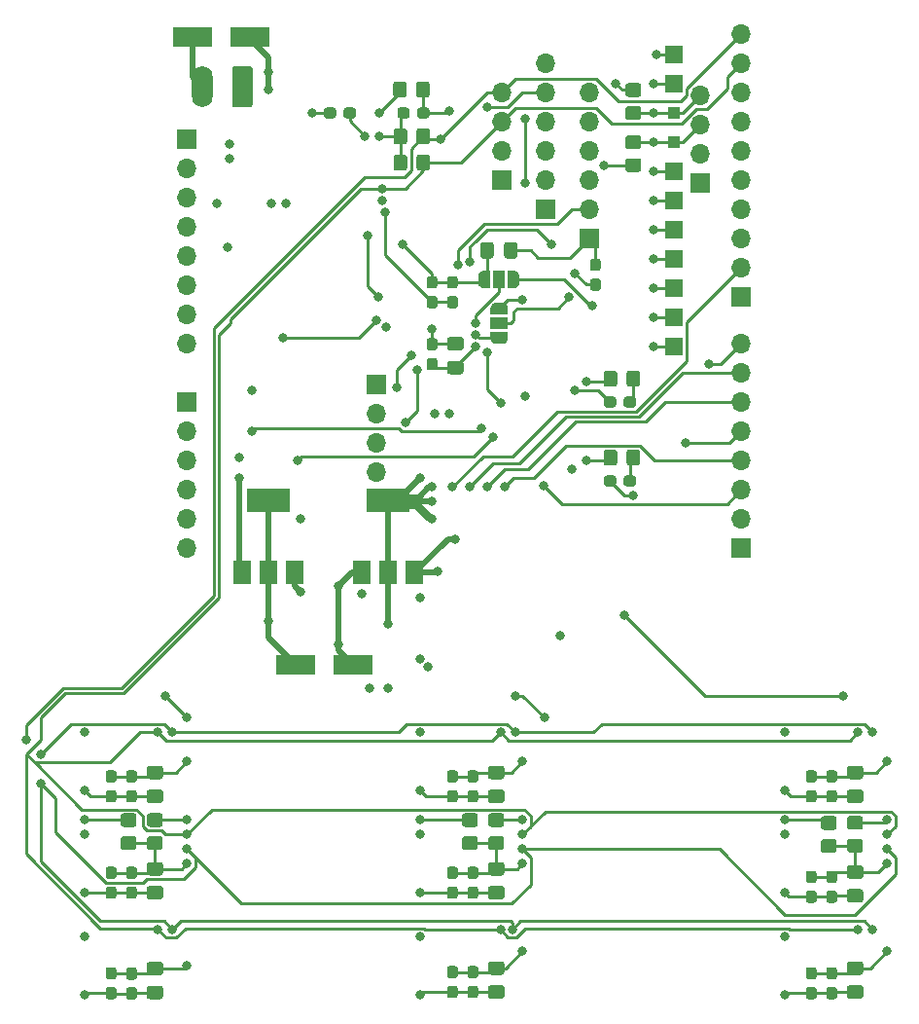
<source format=gbr>
%TF.GenerationSoftware,KiCad,Pcbnew,(5.1.10)-1*%
%TF.CreationDate,2022-02-25T11:21:27+01:00*%
%TF.ProjectId,GestureControl,47657374-7572-4654-936f-6e74726f6c2e,V0.1*%
%TF.SameCoordinates,Original*%
%TF.FileFunction,Copper,L4,Bot*%
%TF.FilePolarity,Positive*%
%FSLAX46Y46*%
G04 Gerber Fmt 4.6, Leading zero omitted, Abs format (unit mm)*
G04 Created by KiCad (PCBNEW (5.1.10)-1) date 2022-02-25 11:21:27*
%MOMM*%
%LPD*%
G01*
G04 APERTURE LIST*
%TA.AperFunction,ComponentPad*%
%ADD10O,1.700000X1.700000*%
%TD*%
%TA.AperFunction,ComponentPad*%
%ADD11R,1.700000X1.700000*%
%TD*%
%TA.AperFunction,SMDPad,CuDef*%
%ADD12R,1.500000X2.000000*%
%TD*%
%TA.AperFunction,SMDPad,CuDef*%
%ADD13R,3.800000X2.000000*%
%TD*%
%TA.AperFunction,SMDPad,CuDef*%
%ADD14R,1.000000X1.000000*%
%TD*%
%TA.AperFunction,SMDPad,CuDef*%
%ADD15R,1.000000X1.500000*%
%TD*%
%TA.AperFunction,SMDPad,CuDef*%
%ADD16C,0.100000*%
%TD*%
%TA.AperFunction,SMDPad,CuDef*%
%ADD17R,1.500000X1.000000*%
%TD*%
%TA.AperFunction,SMDPad,CuDef*%
%ADD18R,1.500000X1.500000*%
%TD*%
%TA.AperFunction,ComponentPad*%
%ADD19O,1.800000X3.600000*%
%TD*%
%TA.AperFunction,SMDPad,CuDef*%
%ADD20R,3.500000X1.800000*%
%TD*%
%TA.AperFunction,ViaPad*%
%ADD21C,0.800000*%
%TD*%
%TA.AperFunction,Conductor*%
%ADD22C,0.250000*%
%TD*%
%TA.AperFunction,Conductor*%
%ADD23C,0.500000*%
%TD*%
G04 APERTURE END LIST*
%TO.P,C52,2*%
%TO.N,GND*%
%TA.AperFunction,SMDPad,CuDef*%
G36*
G01*
X116856500Y-128875500D02*
X117331500Y-128875500D01*
G75*
G02*
X117569000Y-129113000I0J-237500D01*
G01*
X117569000Y-129713000D01*
G75*
G02*
X117331500Y-129950500I-237500J0D01*
G01*
X116856500Y-129950500D01*
G75*
G02*
X116619000Y-129713000I0J237500D01*
G01*
X116619000Y-129113000D01*
G75*
G02*
X116856500Y-128875500I237500J0D01*
G01*
G37*
%TD.AperFunction*%
%TO.P,C52,1*%
%TO.N,+3V3*%
%TA.AperFunction,SMDPad,CuDef*%
G36*
G01*
X116856500Y-127150500D02*
X117331500Y-127150500D01*
G75*
G02*
X117569000Y-127388000I0J-237500D01*
G01*
X117569000Y-127988000D01*
G75*
G02*
X117331500Y-128225500I-237500J0D01*
G01*
X116856500Y-128225500D01*
G75*
G02*
X116619000Y-127988000I0J237500D01*
G01*
X116619000Y-127388000D01*
G75*
G02*
X116856500Y-127150500I237500J0D01*
G01*
G37*
%TD.AperFunction*%
%TD*%
%TO.P,C51,2*%
%TO.N,GND*%
%TA.AperFunction,SMDPad,CuDef*%
G36*
G01*
X116856500Y-111730500D02*
X117331500Y-111730500D01*
G75*
G02*
X117569000Y-111968000I0J-237500D01*
G01*
X117569000Y-112568000D01*
G75*
G02*
X117331500Y-112805500I-237500J0D01*
G01*
X116856500Y-112805500D01*
G75*
G02*
X116619000Y-112568000I0J237500D01*
G01*
X116619000Y-111968000D01*
G75*
G02*
X116856500Y-111730500I237500J0D01*
G01*
G37*
%TD.AperFunction*%
%TO.P,C51,1*%
%TO.N,+3V3*%
%TA.AperFunction,SMDPad,CuDef*%
G36*
G01*
X116856500Y-110005500D02*
X117331500Y-110005500D01*
G75*
G02*
X117569000Y-110243000I0J-237500D01*
G01*
X117569000Y-110843000D01*
G75*
G02*
X117331500Y-111080500I-237500J0D01*
G01*
X116856500Y-111080500D01*
G75*
G02*
X116619000Y-110843000I0J237500D01*
G01*
X116619000Y-110243000D01*
G75*
G02*
X116856500Y-110005500I237500J0D01*
G01*
G37*
%TD.AperFunction*%
%TD*%
%TO.P,C50,2*%
%TO.N,GND*%
%TA.AperFunction,SMDPad,CuDef*%
G36*
G01*
X176038500Y-128849000D02*
X176513500Y-128849000D01*
G75*
G02*
X176751000Y-129086500I0J-237500D01*
G01*
X176751000Y-129686500D01*
G75*
G02*
X176513500Y-129924000I-237500J0D01*
G01*
X176038500Y-129924000D01*
G75*
G02*
X175801000Y-129686500I0J237500D01*
G01*
X175801000Y-129086500D01*
G75*
G02*
X176038500Y-128849000I237500J0D01*
G01*
G37*
%TD.AperFunction*%
%TO.P,C50,1*%
%TO.N,+3V3*%
%TA.AperFunction,SMDPad,CuDef*%
G36*
G01*
X176038500Y-127124000D02*
X176513500Y-127124000D01*
G75*
G02*
X176751000Y-127361500I0J-237500D01*
G01*
X176751000Y-127961500D01*
G75*
G02*
X176513500Y-128199000I-237500J0D01*
G01*
X176038500Y-128199000D01*
G75*
G02*
X175801000Y-127961500I0J237500D01*
G01*
X175801000Y-127361500D01*
G75*
G02*
X176038500Y-127124000I237500J0D01*
G01*
G37*
%TD.AperFunction*%
%TD*%
%TO.P,C49,2*%
%TO.N,GND*%
%TA.AperFunction,SMDPad,CuDef*%
G36*
G01*
X177816500Y-111730500D02*
X178291500Y-111730500D01*
G75*
G02*
X178529000Y-111968000I0J-237500D01*
G01*
X178529000Y-112568000D01*
G75*
G02*
X178291500Y-112805500I-237500J0D01*
G01*
X177816500Y-112805500D01*
G75*
G02*
X177579000Y-112568000I0J237500D01*
G01*
X177579000Y-111968000D01*
G75*
G02*
X177816500Y-111730500I237500J0D01*
G01*
G37*
%TD.AperFunction*%
%TO.P,C49,1*%
%TO.N,+3V3*%
%TA.AperFunction,SMDPad,CuDef*%
G36*
G01*
X177816500Y-110005500D02*
X178291500Y-110005500D01*
G75*
G02*
X178529000Y-110243000I0J-237500D01*
G01*
X178529000Y-110843000D01*
G75*
G02*
X178291500Y-111080500I-237500J0D01*
G01*
X177816500Y-111080500D01*
G75*
G02*
X177579000Y-110843000I0J237500D01*
G01*
X177579000Y-110243000D01*
G75*
G02*
X177816500Y-110005500I237500J0D01*
G01*
G37*
%TD.AperFunction*%
%TD*%
%TO.P,C48,2*%
%TO.N,GND*%
%TA.AperFunction,SMDPad,CuDef*%
G36*
G01*
X144796500Y-128748500D02*
X145271500Y-128748500D01*
G75*
G02*
X145509000Y-128986000I0J-237500D01*
G01*
X145509000Y-129586000D01*
G75*
G02*
X145271500Y-129823500I-237500J0D01*
G01*
X144796500Y-129823500D01*
G75*
G02*
X144559000Y-129586000I0J237500D01*
G01*
X144559000Y-128986000D01*
G75*
G02*
X144796500Y-128748500I237500J0D01*
G01*
G37*
%TD.AperFunction*%
%TO.P,C48,1*%
%TO.N,+3V3*%
%TA.AperFunction,SMDPad,CuDef*%
G36*
G01*
X144796500Y-127023500D02*
X145271500Y-127023500D01*
G75*
G02*
X145509000Y-127261000I0J-237500D01*
G01*
X145509000Y-127861000D01*
G75*
G02*
X145271500Y-128098500I-237500J0D01*
G01*
X144796500Y-128098500D01*
G75*
G02*
X144559000Y-127861000I0J237500D01*
G01*
X144559000Y-127261000D01*
G75*
G02*
X144796500Y-127023500I237500J0D01*
G01*
G37*
%TD.AperFunction*%
%TD*%
%TO.P,C47,2*%
%TO.N,GND*%
%TA.AperFunction,SMDPad,CuDef*%
G36*
G01*
X144796500Y-111730500D02*
X145271500Y-111730500D01*
G75*
G02*
X145509000Y-111968000I0J-237500D01*
G01*
X145509000Y-112568000D01*
G75*
G02*
X145271500Y-112805500I-237500J0D01*
G01*
X144796500Y-112805500D01*
G75*
G02*
X144559000Y-112568000I0J237500D01*
G01*
X144559000Y-111968000D01*
G75*
G02*
X144796500Y-111730500I237500J0D01*
G01*
G37*
%TD.AperFunction*%
%TO.P,C47,1*%
%TO.N,+3V3*%
%TA.AperFunction,SMDPad,CuDef*%
G36*
G01*
X144796500Y-110005500D02*
X145271500Y-110005500D01*
G75*
G02*
X145509000Y-110243000I0J-237500D01*
G01*
X145509000Y-110843000D01*
G75*
G02*
X145271500Y-111080500I-237500J0D01*
G01*
X144796500Y-111080500D01*
G75*
G02*
X144559000Y-110843000I0J237500D01*
G01*
X144559000Y-110243000D01*
G75*
G02*
X144796500Y-110005500I237500J0D01*
G01*
G37*
%TD.AperFunction*%
%TD*%
%TO.P,C46,2*%
%TO.N,GND*%
%TA.AperFunction,SMDPad,CuDef*%
G36*
G01*
X118651000Y-111680500D02*
X119601000Y-111680500D01*
G75*
G02*
X119851000Y-111930500I0J-250000D01*
G01*
X119851000Y-112605500D01*
G75*
G02*
X119601000Y-112855500I-250000J0D01*
G01*
X118651000Y-112855500D01*
G75*
G02*
X118401000Y-112605500I0J250000D01*
G01*
X118401000Y-111930500D01*
G75*
G02*
X118651000Y-111680500I250000J0D01*
G01*
G37*
%TD.AperFunction*%
%TO.P,C46,1*%
%TO.N,+3V3*%
%TA.AperFunction,SMDPad,CuDef*%
G36*
G01*
X118651000Y-109605500D02*
X119601000Y-109605500D01*
G75*
G02*
X119851000Y-109855500I0J-250000D01*
G01*
X119851000Y-110530500D01*
G75*
G02*
X119601000Y-110780500I-250000J0D01*
G01*
X118651000Y-110780500D01*
G75*
G02*
X118401000Y-110530500I0J250000D01*
G01*
X118401000Y-109855500D01*
G75*
G02*
X118651000Y-109605500I250000J0D01*
G01*
G37*
%TD.AperFunction*%
%TD*%
%TO.P,C45,2*%
%TO.N,GND*%
%TA.AperFunction,SMDPad,CuDef*%
G36*
G01*
X118651000Y-128741500D02*
X119601000Y-128741500D01*
G75*
G02*
X119851000Y-128991500I0J-250000D01*
G01*
X119851000Y-129666500D01*
G75*
G02*
X119601000Y-129916500I-250000J0D01*
G01*
X118651000Y-129916500D01*
G75*
G02*
X118401000Y-129666500I0J250000D01*
G01*
X118401000Y-128991500D01*
G75*
G02*
X118651000Y-128741500I250000J0D01*
G01*
G37*
%TD.AperFunction*%
%TO.P,C45,1*%
%TO.N,+3V3*%
%TA.AperFunction,SMDPad,CuDef*%
G36*
G01*
X118651000Y-126666500D02*
X119601000Y-126666500D01*
G75*
G02*
X119851000Y-126916500I0J-250000D01*
G01*
X119851000Y-127591500D01*
G75*
G02*
X119601000Y-127841500I-250000J0D01*
G01*
X118651000Y-127841500D01*
G75*
G02*
X118401000Y-127591500I0J250000D01*
G01*
X118401000Y-126916500D01*
G75*
G02*
X118651000Y-126666500I250000J0D01*
G01*
G37*
%TD.AperFunction*%
%TD*%
%TO.P,C44,2*%
%TO.N,GND*%
%TA.AperFunction,SMDPad,CuDef*%
G36*
G01*
X115078500Y-111730500D02*
X115553500Y-111730500D01*
G75*
G02*
X115791000Y-111968000I0J-237500D01*
G01*
X115791000Y-112568000D01*
G75*
G02*
X115553500Y-112805500I-237500J0D01*
G01*
X115078500Y-112805500D01*
G75*
G02*
X114841000Y-112568000I0J237500D01*
G01*
X114841000Y-111968000D01*
G75*
G02*
X115078500Y-111730500I237500J0D01*
G01*
G37*
%TD.AperFunction*%
%TO.P,C44,1*%
%TO.N,+3V3*%
%TA.AperFunction,SMDPad,CuDef*%
G36*
G01*
X115078500Y-110005500D02*
X115553500Y-110005500D01*
G75*
G02*
X115791000Y-110243000I0J-237500D01*
G01*
X115791000Y-110843000D01*
G75*
G02*
X115553500Y-111080500I-237500J0D01*
G01*
X115078500Y-111080500D01*
G75*
G02*
X114841000Y-110843000I0J237500D01*
G01*
X114841000Y-110243000D01*
G75*
G02*
X115078500Y-110005500I237500J0D01*
G01*
G37*
%TD.AperFunction*%
%TD*%
%TO.P,C43,2*%
%TO.N,GND*%
%TA.AperFunction,SMDPad,CuDef*%
G36*
G01*
X115078500Y-128849000D02*
X115553500Y-128849000D01*
G75*
G02*
X115791000Y-129086500I0J-237500D01*
G01*
X115791000Y-129686500D01*
G75*
G02*
X115553500Y-129924000I-237500J0D01*
G01*
X115078500Y-129924000D01*
G75*
G02*
X114841000Y-129686500I0J237500D01*
G01*
X114841000Y-129086500D01*
G75*
G02*
X115078500Y-128849000I237500J0D01*
G01*
G37*
%TD.AperFunction*%
%TO.P,C43,1*%
%TO.N,+3V3*%
%TA.AperFunction,SMDPad,CuDef*%
G36*
G01*
X115078500Y-127124000D02*
X115553500Y-127124000D01*
G75*
G02*
X115791000Y-127361500I0J-237500D01*
G01*
X115791000Y-127961500D01*
G75*
G02*
X115553500Y-128199000I-237500J0D01*
G01*
X115078500Y-128199000D01*
G75*
G02*
X114841000Y-127961500I0J237500D01*
G01*
X114841000Y-127361500D01*
G75*
G02*
X115078500Y-127124000I237500J0D01*
G01*
G37*
%TD.AperFunction*%
%TD*%
%TO.P,C42,2*%
%TO.N,GND*%
%TA.AperFunction,SMDPad,CuDef*%
G36*
G01*
X179611000Y-111680500D02*
X180561000Y-111680500D01*
G75*
G02*
X180811000Y-111930500I0J-250000D01*
G01*
X180811000Y-112605500D01*
G75*
G02*
X180561000Y-112855500I-250000J0D01*
G01*
X179611000Y-112855500D01*
G75*
G02*
X179361000Y-112605500I0J250000D01*
G01*
X179361000Y-111930500D01*
G75*
G02*
X179611000Y-111680500I250000J0D01*
G01*
G37*
%TD.AperFunction*%
%TO.P,C42,1*%
%TO.N,+3V3*%
%TA.AperFunction,SMDPad,CuDef*%
G36*
G01*
X179611000Y-109605500D02*
X180561000Y-109605500D01*
G75*
G02*
X180811000Y-109855500I0J-250000D01*
G01*
X180811000Y-110530500D01*
G75*
G02*
X180561000Y-110780500I-250000J0D01*
G01*
X179611000Y-110780500D01*
G75*
G02*
X179361000Y-110530500I0J250000D01*
G01*
X179361000Y-109855500D01*
G75*
G02*
X179611000Y-109605500I250000J0D01*
G01*
G37*
%TD.AperFunction*%
%TD*%
%TO.P,C41,2*%
%TO.N,GND*%
%TA.AperFunction,SMDPad,CuDef*%
G36*
G01*
X179611000Y-128698500D02*
X180561000Y-128698500D01*
G75*
G02*
X180811000Y-128948500I0J-250000D01*
G01*
X180811000Y-129623500D01*
G75*
G02*
X180561000Y-129873500I-250000J0D01*
G01*
X179611000Y-129873500D01*
G75*
G02*
X179361000Y-129623500I0J250000D01*
G01*
X179361000Y-128948500D01*
G75*
G02*
X179611000Y-128698500I250000J0D01*
G01*
G37*
%TD.AperFunction*%
%TO.P,C41,1*%
%TO.N,+3V3*%
%TA.AperFunction,SMDPad,CuDef*%
G36*
G01*
X179611000Y-126623500D02*
X180561000Y-126623500D01*
G75*
G02*
X180811000Y-126873500I0J-250000D01*
G01*
X180811000Y-127548500D01*
G75*
G02*
X180561000Y-127798500I-250000J0D01*
G01*
X179611000Y-127798500D01*
G75*
G02*
X179361000Y-127548500I0J250000D01*
G01*
X179361000Y-126873500D01*
G75*
G02*
X179611000Y-126623500I250000J0D01*
G01*
G37*
%TD.AperFunction*%
%TD*%
%TO.P,C40,2*%
%TO.N,GND*%
%TA.AperFunction,SMDPad,CuDef*%
G36*
G01*
X176038500Y-111730500D02*
X176513500Y-111730500D01*
G75*
G02*
X176751000Y-111968000I0J-237500D01*
G01*
X176751000Y-112568000D01*
G75*
G02*
X176513500Y-112805500I-237500J0D01*
G01*
X176038500Y-112805500D01*
G75*
G02*
X175801000Y-112568000I0J237500D01*
G01*
X175801000Y-111968000D01*
G75*
G02*
X176038500Y-111730500I237500J0D01*
G01*
G37*
%TD.AperFunction*%
%TO.P,C40,1*%
%TO.N,+3V3*%
%TA.AperFunction,SMDPad,CuDef*%
G36*
G01*
X176038500Y-110005500D02*
X176513500Y-110005500D01*
G75*
G02*
X176751000Y-110243000I0J-237500D01*
G01*
X176751000Y-110843000D01*
G75*
G02*
X176513500Y-111080500I-237500J0D01*
G01*
X176038500Y-111080500D01*
G75*
G02*
X175801000Y-110843000I0J237500D01*
G01*
X175801000Y-110243000D01*
G75*
G02*
X176038500Y-110005500I237500J0D01*
G01*
G37*
%TD.AperFunction*%
%TD*%
%TO.P,C39,2*%
%TO.N,GND*%
%TA.AperFunction,SMDPad,CuDef*%
G36*
G01*
X177816500Y-128849000D02*
X178291500Y-128849000D01*
G75*
G02*
X178529000Y-129086500I0J-237500D01*
G01*
X178529000Y-129686500D01*
G75*
G02*
X178291500Y-129924000I-237500J0D01*
G01*
X177816500Y-129924000D01*
G75*
G02*
X177579000Y-129686500I0J237500D01*
G01*
X177579000Y-129086500D01*
G75*
G02*
X177816500Y-128849000I237500J0D01*
G01*
G37*
%TD.AperFunction*%
%TO.P,C39,1*%
%TO.N,+3V3*%
%TA.AperFunction,SMDPad,CuDef*%
G36*
G01*
X177816500Y-127124000D02*
X178291500Y-127124000D01*
G75*
G02*
X178529000Y-127361500I0J-237500D01*
G01*
X178529000Y-127961500D01*
G75*
G02*
X178291500Y-128199000I-237500J0D01*
G01*
X177816500Y-128199000D01*
G75*
G02*
X177579000Y-127961500I0J237500D01*
G01*
X177579000Y-127361500D01*
G75*
G02*
X177816500Y-127124000I237500J0D01*
G01*
G37*
%TD.AperFunction*%
%TD*%
%TO.P,C38,2*%
%TO.N,GND*%
%TA.AperFunction,SMDPad,CuDef*%
G36*
G01*
X148369000Y-128698500D02*
X149319000Y-128698500D01*
G75*
G02*
X149569000Y-128948500I0J-250000D01*
G01*
X149569000Y-129623500D01*
G75*
G02*
X149319000Y-129873500I-250000J0D01*
G01*
X148369000Y-129873500D01*
G75*
G02*
X148119000Y-129623500I0J250000D01*
G01*
X148119000Y-128948500D01*
G75*
G02*
X148369000Y-128698500I250000J0D01*
G01*
G37*
%TD.AperFunction*%
%TO.P,C38,1*%
%TO.N,+3V3*%
%TA.AperFunction,SMDPad,CuDef*%
G36*
G01*
X148369000Y-126623500D02*
X149319000Y-126623500D01*
G75*
G02*
X149569000Y-126873500I0J-250000D01*
G01*
X149569000Y-127548500D01*
G75*
G02*
X149319000Y-127798500I-250000J0D01*
G01*
X148369000Y-127798500D01*
G75*
G02*
X148119000Y-127548500I0J250000D01*
G01*
X148119000Y-126873500D01*
G75*
G02*
X148369000Y-126623500I250000J0D01*
G01*
G37*
%TD.AperFunction*%
%TD*%
%TO.P,C37,2*%
%TO.N,GND*%
%TA.AperFunction,SMDPad,CuDef*%
G36*
G01*
X148369000Y-111680500D02*
X149319000Y-111680500D01*
G75*
G02*
X149569000Y-111930500I0J-250000D01*
G01*
X149569000Y-112605500D01*
G75*
G02*
X149319000Y-112855500I-250000J0D01*
G01*
X148369000Y-112855500D01*
G75*
G02*
X148119000Y-112605500I0J250000D01*
G01*
X148119000Y-111930500D01*
G75*
G02*
X148369000Y-111680500I250000J0D01*
G01*
G37*
%TD.AperFunction*%
%TO.P,C37,1*%
%TO.N,+3V3*%
%TA.AperFunction,SMDPad,CuDef*%
G36*
G01*
X148369000Y-109605500D02*
X149319000Y-109605500D01*
G75*
G02*
X149569000Y-109855500I0J-250000D01*
G01*
X149569000Y-110530500D01*
G75*
G02*
X149319000Y-110780500I-250000J0D01*
G01*
X148369000Y-110780500D01*
G75*
G02*
X148119000Y-110530500I0J250000D01*
G01*
X148119000Y-109855500D01*
G75*
G02*
X148369000Y-109605500I250000J0D01*
G01*
G37*
%TD.AperFunction*%
%TD*%
%TO.P,C36,2*%
%TO.N,GND*%
%TA.AperFunction,SMDPad,CuDef*%
G36*
G01*
X146574500Y-128748500D02*
X147049500Y-128748500D01*
G75*
G02*
X147287000Y-128986000I0J-237500D01*
G01*
X147287000Y-129586000D01*
G75*
G02*
X147049500Y-129823500I-237500J0D01*
G01*
X146574500Y-129823500D01*
G75*
G02*
X146337000Y-129586000I0J237500D01*
G01*
X146337000Y-128986000D01*
G75*
G02*
X146574500Y-128748500I237500J0D01*
G01*
G37*
%TD.AperFunction*%
%TO.P,C36,1*%
%TO.N,+3V3*%
%TA.AperFunction,SMDPad,CuDef*%
G36*
G01*
X146574500Y-127023500D02*
X147049500Y-127023500D01*
G75*
G02*
X147287000Y-127261000I0J-237500D01*
G01*
X147287000Y-127861000D01*
G75*
G02*
X147049500Y-128098500I-237500J0D01*
G01*
X146574500Y-128098500D01*
G75*
G02*
X146337000Y-127861000I0J237500D01*
G01*
X146337000Y-127261000D01*
G75*
G02*
X146574500Y-127023500I237500J0D01*
G01*
G37*
%TD.AperFunction*%
%TD*%
%TO.P,C35,2*%
%TO.N,GND*%
%TA.AperFunction,SMDPad,CuDef*%
G36*
G01*
X146574500Y-111730500D02*
X147049500Y-111730500D01*
G75*
G02*
X147287000Y-111968000I0J-237500D01*
G01*
X147287000Y-112568000D01*
G75*
G02*
X147049500Y-112805500I-237500J0D01*
G01*
X146574500Y-112805500D01*
G75*
G02*
X146337000Y-112568000I0J237500D01*
G01*
X146337000Y-111968000D01*
G75*
G02*
X146574500Y-111730500I237500J0D01*
G01*
G37*
%TD.AperFunction*%
%TO.P,C35,1*%
%TO.N,+3V3*%
%TA.AperFunction,SMDPad,CuDef*%
G36*
G01*
X146574500Y-110005500D02*
X147049500Y-110005500D01*
G75*
G02*
X147287000Y-110243000I0J-237500D01*
G01*
X147287000Y-110843000D01*
G75*
G02*
X147049500Y-111080500I-237500J0D01*
G01*
X146574500Y-111080500D01*
G75*
G02*
X146337000Y-110843000I0J237500D01*
G01*
X146337000Y-110243000D01*
G75*
G02*
X146574500Y-110005500I237500J0D01*
G01*
G37*
%TD.AperFunction*%
%TD*%
D10*
%TO.P,J8,6*%
%TO.N,/STM32L151RET6TR/SW0*%
X153162000Y-48514000D03*
%TO.P,J8,5*%
%TO.N,/STM32L151RET6TR/RST*%
X153162000Y-51054000D03*
%TO.P,J8,4*%
%TO.N,/STM32L151RET6TR/SWDAT*%
X153162000Y-53594000D03*
%TO.P,J8,3*%
%TO.N,GND*%
X153162000Y-56134000D03*
%TO.P,J8,2*%
%TO.N,/STM32L151RET6TR/SWCLK*%
X153162000Y-58674000D03*
D11*
%TO.P,J8,1*%
%TO.N,+3V3*%
X153162000Y-61214000D03*
%TD*%
%TO.P,C10,2*%
%TO.N,GND*%
%TA.AperFunction,SMDPad,CuDef*%
G36*
G01*
X148369000Y-120062500D02*
X149319000Y-120062500D01*
G75*
G02*
X149569000Y-120312500I0J-250000D01*
G01*
X149569000Y-120987500D01*
G75*
G02*
X149319000Y-121237500I-250000J0D01*
G01*
X148369000Y-121237500D01*
G75*
G02*
X148119000Y-120987500I0J250000D01*
G01*
X148119000Y-120312500D01*
G75*
G02*
X148369000Y-120062500I250000J0D01*
G01*
G37*
%TD.AperFunction*%
%TO.P,C10,1*%
%TO.N,+3V3*%
%TA.AperFunction,SMDPad,CuDef*%
G36*
G01*
X148369000Y-117987500D02*
X149319000Y-117987500D01*
G75*
G02*
X149569000Y-118237500I0J-250000D01*
G01*
X149569000Y-118912500D01*
G75*
G02*
X149319000Y-119162500I-250000J0D01*
G01*
X148369000Y-119162500D01*
G75*
G02*
X148119000Y-118912500I0J250000D01*
G01*
X148119000Y-118237500D01*
G75*
G02*
X148369000Y-117987500I250000J0D01*
G01*
G37*
%TD.AperFunction*%
%TD*%
D10*
%TO.P,J10,4*%
%TO.N,SCL2*%
X166624000Y-51308000D03*
%TO.P,J10,3*%
%TO.N,SDA2*%
X166624000Y-53848000D03*
%TO.P,J10,2*%
%TO.N,+3V3*%
X166624000Y-56388000D03*
D11*
%TO.P,J10,1*%
%TO.N,GND*%
X166624000Y-58928000D03*
%TD*%
D10*
%TO.P,J7,6*%
%TO.N,/STM32L151RET6TR/FTDI_RTS*%
X156972000Y-51054000D03*
%TO.P,J7,5*%
%TO.N,/STM32L151RET6TR/FTDI_RXD*%
X156972000Y-53594000D03*
%TO.P,J7,4*%
%TO.N,/STM32L151RET6TR/FTDI_TXD*%
X156972000Y-56134000D03*
%TO.P,J7,3*%
%TO.N,+5V*%
X156972000Y-58674000D03*
%TO.P,J7,2*%
%TO.N,/STM32L151RET6TR/FTDI_CTS*%
X156972000Y-61214000D03*
D11*
%TO.P,J7,1*%
%TO.N,GND*%
X156972000Y-63754000D03*
%TD*%
D12*
%TO.P,U2,1*%
%TO.N,GND*%
X131332000Y-92812000D03*
%TO.P,U2,3*%
%TO.N,VCC*%
X126732000Y-92812000D03*
%TO.P,U2,2*%
%TO.N,Net-(C6-Pad1)*%
X129032000Y-92812000D03*
D13*
X129032000Y-86512000D03*
%TD*%
D12*
%TO.P,U1,1*%
%TO.N,GND*%
X141746000Y-92812000D03*
%TO.P,U1,3*%
%TO.N,+5V*%
X137146000Y-92812000D03*
%TO.P,U1,2*%
%TO.N,+3V3*%
X139446000Y-92812000D03*
D13*
X139446000Y-86512000D03*
%TD*%
D14*
%TO.P,TP2,1*%
%TO.N,SCL2*%
X164338000Y-52832000D03*
%TD*%
%TO.P,TP1,1*%
%TO.N,SDA2*%
X164338000Y-55372000D03*
%TD*%
%TO.P,R22,2*%
%TO.N,SCL2*%
%TA.AperFunction,SMDPad,CuDef*%
G36*
G01*
X160331999Y-52232000D02*
X161232001Y-52232000D01*
G75*
G02*
X161482000Y-52481999I0J-249999D01*
G01*
X161482000Y-53182001D01*
G75*
G02*
X161232001Y-53432000I-249999J0D01*
G01*
X160331999Y-53432000D01*
G75*
G02*
X160082000Y-53182001I0J249999D01*
G01*
X160082000Y-52481999D01*
G75*
G02*
X160331999Y-52232000I249999J0D01*
G01*
G37*
%TD.AperFunction*%
%TO.P,R22,1*%
%TO.N,+3V3*%
%TA.AperFunction,SMDPad,CuDef*%
G36*
G01*
X160331999Y-50232000D02*
X161232001Y-50232000D01*
G75*
G02*
X161482000Y-50481999I0J-249999D01*
G01*
X161482000Y-51182001D01*
G75*
G02*
X161232001Y-51432000I-249999J0D01*
G01*
X160331999Y-51432000D01*
G75*
G02*
X160082000Y-51182001I0J249999D01*
G01*
X160082000Y-50481999D01*
G75*
G02*
X160331999Y-50232000I249999J0D01*
G01*
G37*
%TD.AperFunction*%
%TD*%
%TO.P,R21,2*%
%TO.N,SDA2*%
%TA.AperFunction,SMDPad,CuDef*%
G36*
G01*
X161232001Y-55972000D02*
X160331999Y-55972000D01*
G75*
G02*
X160082000Y-55722001I0J249999D01*
G01*
X160082000Y-55021999D01*
G75*
G02*
X160331999Y-54772000I249999J0D01*
G01*
X161232001Y-54772000D01*
G75*
G02*
X161482000Y-55021999I0J-249999D01*
G01*
X161482000Y-55722001D01*
G75*
G02*
X161232001Y-55972000I-249999J0D01*
G01*
G37*
%TD.AperFunction*%
%TO.P,R21,1*%
%TO.N,+3V3*%
%TA.AperFunction,SMDPad,CuDef*%
G36*
G01*
X161232001Y-57972000D02*
X160331999Y-57972000D01*
G75*
G02*
X160082000Y-57722001I0J249999D01*
G01*
X160082000Y-57021999D01*
G75*
G02*
X160331999Y-56772000I249999J0D01*
G01*
X161232001Y-56772000D01*
G75*
G02*
X161482000Y-57021999I0J-249999D01*
G01*
X161482000Y-57722001D01*
G75*
G02*
X161232001Y-57972000I-249999J0D01*
G01*
G37*
%TD.AperFunction*%
%TD*%
%TO.P,R20,2*%
%TO.N,GND*%
%TA.AperFunction,SMDPad,CuDef*%
G36*
G01*
X141062000Y-50349999D02*
X141062000Y-51250001D01*
G75*
G02*
X140812001Y-51500000I-249999J0D01*
G01*
X140111999Y-51500000D01*
G75*
G02*
X139862000Y-51250001I0J249999D01*
G01*
X139862000Y-50349999D01*
G75*
G02*
X140111999Y-50100000I249999J0D01*
G01*
X140812001Y-50100000D01*
G75*
G02*
X141062000Y-50349999I0J-249999D01*
G01*
G37*
%TD.AperFunction*%
%TO.P,R20,1*%
%TO.N,/STM32L151RET6TR/BOOT*%
%TA.AperFunction,SMDPad,CuDef*%
G36*
G01*
X143062000Y-50349999D02*
X143062000Y-51250001D01*
G75*
G02*
X142812001Y-51500000I-249999J0D01*
G01*
X142111999Y-51500000D01*
G75*
G02*
X141862000Y-51250001I0J249999D01*
G01*
X141862000Y-50349999D01*
G75*
G02*
X142111999Y-50100000I249999J0D01*
G01*
X142812001Y-50100000D01*
G75*
G02*
X143062000Y-50349999I0J-249999D01*
G01*
G37*
%TD.AperFunction*%
%TD*%
%TO.P,R11,2*%
%TO.N,SCL1*%
%TA.AperFunction,SMDPad,CuDef*%
G36*
G01*
X141894000Y-55314001D02*
X141894000Y-54413999D01*
G75*
G02*
X142143999Y-54164000I249999J0D01*
G01*
X142844001Y-54164000D01*
G75*
G02*
X143094000Y-54413999I0J-249999D01*
G01*
X143094000Y-55314001D01*
G75*
G02*
X142844001Y-55564000I-249999J0D01*
G01*
X142143999Y-55564000D01*
G75*
G02*
X141894000Y-55314001I0J249999D01*
G01*
G37*
%TD.AperFunction*%
%TO.P,R11,1*%
%TO.N,+3V3*%
%TA.AperFunction,SMDPad,CuDef*%
G36*
G01*
X139894000Y-55314001D02*
X139894000Y-54413999D01*
G75*
G02*
X140143999Y-54164000I249999J0D01*
G01*
X140844001Y-54164000D01*
G75*
G02*
X141094000Y-54413999I0J-249999D01*
G01*
X141094000Y-55314001D01*
G75*
G02*
X140844001Y-55564000I-249999J0D01*
G01*
X140143999Y-55564000D01*
G75*
G02*
X139894000Y-55314001I0J249999D01*
G01*
G37*
%TD.AperFunction*%
%TD*%
%TO.P,R10,2*%
%TO.N,SDA1*%
%TA.AperFunction,SMDPad,CuDef*%
G36*
G01*
X141894000Y-57600001D02*
X141894000Y-56699999D01*
G75*
G02*
X142143999Y-56450000I249999J0D01*
G01*
X142844001Y-56450000D01*
G75*
G02*
X143094000Y-56699999I0J-249999D01*
G01*
X143094000Y-57600001D01*
G75*
G02*
X142844001Y-57850000I-249999J0D01*
G01*
X142143999Y-57850000D01*
G75*
G02*
X141894000Y-57600001I0J249999D01*
G01*
G37*
%TD.AperFunction*%
%TO.P,R10,1*%
%TO.N,+3V3*%
%TA.AperFunction,SMDPad,CuDef*%
G36*
G01*
X139894000Y-57600001D02*
X139894000Y-56699999D01*
G75*
G02*
X140143999Y-56450000I249999J0D01*
G01*
X140844001Y-56450000D01*
G75*
G02*
X141094000Y-56699999I0J-249999D01*
G01*
X141094000Y-57600001D01*
G75*
G02*
X140844001Y-57850000I-249999J0D01*
G01*
X140143999Y-57850000D01*
G75*
G02*
X139894000Y-57600001I0J249999D01*
G01*
G37*
%TD.AperFunction*%
%TD*%
%TO.P,R9,2*%
%TO.N,Net-(C2-Pad1)*%
%TA.AperFunction,SMDPad,CuDef*%
G36*
G01*
X160182000Y-76396001D02*
X160182000Y-75495999D01*
G75*
G02*
X160431999Y-75246000I249999J0D01*
G01*
X161132001Y-75246000D01*
G75*
G02*
X161382000Y-75495999I0J-249999D01*
G01*
X161382000Y-76396001D01*
G75*
G02*
X161132001Y-76646000I-249999J0D01*
G01*
X160431999Y-76646000D01*
G75*
G02*
X160182000Y-76396001I0J249999D01*
G01*
G37*
%TD.AperFunction*%
%TO.P,R9,1*%
%TO.N,+3V3*%
%TA.AperFunction,SMDPad,CuDef*%
G36*
G01*
X158182000Y-76396001D02*
X158182000Y-75495999D01*
G75*
G02*
X158431999Y-75246000I249999J0D01*
G01*
X159132001Y-75246000D01*
G75*
G02*
X159382000Y-75495999I0J-249999D01*
G01*
X159382000Y-76396001D01*
G75*
G02*
X159132001Y-76646000I-249999J0D01*
G01*
X158431999Y-76646000D01*
G75*
G02*
X158182000Y-76396001I0J249999D01*
G01*
G37*
%TD.AperFunction*%
%TD*%
%TO.P,R8,2*%
%TO.N,Net-(C1-Pad1)*%
%TA.AperFunction,SMDPad,CuDef*%
G36*
G01*
X160182000Y-83254001D02*
X160182000Y-82353999D01*
G75*
G02*
X160431999Y-82104000I249999J0D01*
G01*
X161132001Y-82104000D01*
G75*
G02*
X161382000Y-82353999I0J-249999D01*
G01*
X161382000Y-83254001D01*
G75*
G02*
X161132001Y-83504000I-249999J0D01*
G01*
X160431999Y-83504000D01*
G75*
G02*
X160182000Y-83254001I0J249999D01*
G01*
G37*
%TD.AperFunction*%
%TO.P,R8,1*%
%TO.N,+3V3*%
%TA.AperFunction,SMDPad,CuDef*%
G36*
G01*
X158182000Y-83254001D02*
X158182000Y-82353999D01*
G75*
G02*
X158431999Y-82104000I249999J0D01*
G01*
X159132001Y-82104000D01*
G75*
G02*
X159382000Y-82353999I0J-249999D01*
G01*
X159382000Y-83254001D01*
G75*
G02*
X159132001Y-83504000I-249999J0D01*
G01*
X158431999Y-83504000D01*
G75*
G02*
X158182000Y-83254001I0J249999D01*
G01*
G37*
%TD.AperFunction*%
%TD*%
D15*
%TO.P,JP3,2*%
%TO.N,/STM32L151RET6TR/PIN30*%
X149068000Y-67310000D03*
%TA.AperFunction,SMDPad,CuDef*%
D16*
%TO.P,JP3,3*%
%TO.N,SDA2*%
G36*
X150368000Y-66560602D02*
G01*
X150392534Y-66560602D01*
X150441365Y-66565412D01*
X150489490Y-66574984D01*
X150536445Y-66589228D01*
X150581778Y-66608005D01*
X150625051Y-66631136D01*
X150665850Y-66658396D01*
X150703779Y-66689524D01*
X150738476Y-66724221D01*
X150769604Y-66762150D01*
X150796864Y-66802949D01*
X150819995Y-66846222D01*
X150838772Y-66891555D01*
X150853016Y-66938510D01*
X150862588Y-66986635D01*
X150867398Y-67035466D01*
X150867398Y-67060000D01*
X150868000Y-67060000D01*
X150868000Y-67560000D01*
X150867398Y-67560000D01*
X150867398Y-67584534D01*
X150862588Y-67633365D01*
X150853016Y-67681490D01*
X150838772Y-67728445D01*
X150819995Y-67773778D01*
X150796864Y-67817051D01*
X150769604Y-67857850D01*
X150738476Y-67895779D01*
X150703779Y-67930476D01*
X150665850Y-67961604D01*
X150625051Y-67988864D01*
X150581778Y-68011995D01*
X150536445Y-68030772D01*
X150489490Y-68045016D01*
X150441365Y-68054588D01*
X150392534Y-68059398D01*
X150368000Y-68059398D01*
X150368000Y-68060000D01*
X149818000Y-68060000D01*
X149818000Y-66560000D01*
X150368000Y-66560000D01*
X150368000Y-66560602D01*
G37*
%TD.AperFunction*%
%TA.AperFunction,SMDPad,CuDef*%
%TO.P,JP3,1*%
%TO.N,+3V3*%
G36*
X148318000Y-68060000D02*
G01*
X147768000Y-68060000D01*
X147768000Y-68059398D01*
X147743466Y-68059398D01*
X147694635Y-68054588D01*
X147646510Y-68045016D01*
X147599555Y-68030772D01*
X147554222Y-68011995D01*
X147510949Y-67988864D01*
X147470150Y-67961604D01*
X147432221Y-67930476D01*
X147397524Y-67895779D01*
X147366396Y-67857850D01*
X147339136Y-67817051D01*
X147316005Y-67773778D01*
X147297228Y-67728445D01*
X147282984Y-67681490D01*
X147273412Y-67633365D01*
X147268602Y-67584534D01*
X147268602Y-67560000D01*
X147268000Y-67560000D01*
X147268000Y-67060000D01*
X147268602Y-67060000D01*
X147268602Y-67035466D01*
X147273412Y-66986635D01*
X147282984Y-66938510D01*
X147297228Y-66891555D01*
X147316005Y-66846222D01*
X147339136Y-66802949D01*
X147366396Y-66762150D01*
X147397524Y-66724221D01*
X147432221Y-66689524D01*
X147470150Y-66658396D01*
X147510949Y-66631136D01*
X147554222Y-66608005D01*
X147599555Y-66589228D01*
X147646510Y-66574984D01*
X147694635Y-66565412D01*
X147743466Y-66560602D01*
X147768000Y-66560602D01*
X147768000Y-66560000D01*
X148318000Y-66560000D01*
X148318000Y-68060000D01*
G37*
%TD.AperFunction*%
%TD*%
D17*
%TO.P,JP2,2*%
%TO.N,SCL2*%
X149098000Y-71120000D03*
%TA.AperFunction,SMDPad,CuDef*%
D16*
%TO.P,JP2,3*%
%TO.N,/STM32L151RET6TR/PIN41*%
G36*
X148348602Y-69820000D02*
G01*
X148348602Y-69795466D01*
X148353412Y-69746635D01*
X148362984Y-69698510D01*
X148377228Y-69651555D01*
X148396005Y-69606222D01*
X148419136Y-69562949D01*
X148446396Y-69522150D01*
X148477524Y-69484221D01*
X148512221Y-69449524D01*
X148550150Y-69418396D01*
X148590949Y-69391136D01*
X148634222Y-69368005D01*
X148679555Y-69349228D01*
X148726510Y-69334984D01*
X148774635Y-69325412D01*
X148823466Y-69320602D01*
X148848000Y-69320602D01*
X148848000Y-69320000D01*
X149348000Y-69320000D01*
X149348000Y-69320602D01*
X149372534Y-69320602D01*
X149421365Y-69325412D01*
X149469490Y-69334984D01*
X149516445Y-69349228D01*
X149561778Y-69368005D01*
X149605051Y-69391136D01*
X149645850Y-69418396D01*
X149683779Y-69449524D01*
X149718476Y-69484221D01*
X149749604Y-69522150D01*
X149776864Y-69562949D01*
X149799995Y-69606222D01*
X149818772Y-69651555D01*
X149833016Y-69698510D01*
X149842588Y-69746635D01*
X149847398Y-69795466D01*
X149847398Y-69820000D01*
X149848000Y-69820000D01*
X149848000Y-70370000D01*
X148348000Y-70370000D01*
X148348000Y-69820000D01*
X148348602Y-69820000D01*
G37*
%TD.AperFunction*%
%TA.AperFunction,SMDPad,CuDef*%
%TO.P,JP2,1*%
%TO.N,/STM32L151RET6TR/PIN29*%
G36*
X149848000Y-71870000D02*
G01*
X149848000Y-72420000D01*
X149847398Y-72420000D01*
X149847398Y-72444534D01*
X149842588Y-72493365D01*
X149833016Y-72541490D01*
X149818772Y-72588445D01*
X149799995Y-72633778D01*
X149776864Y-72677051D01*
X149749604Y-72717850D01*
X149718476Y-72755779D01*
X149683779Y-72790476D01*
X149645850Y-72821604D01*
X149605051Y-72848864D01*
X149561778Y-72871995D01*
X149516445Y-72890772D01*
X149469490Y-72905016D01*
X149421365Y-72914588D01*
X149372534Y-72919398D01*
X149348000Y-72919398D01*
X149348000Y-72920000D01*
X148848000Y-72920000D01*
X148848000Y-72919398D01*
X148823466Y-72919398D01*
X148774635Y-72914588D01*
X148726510Y-72905016D01*
X148679555Y-72890772D01*
X148634222Y-72871995D01*
X148590949Y-72848864D01*
X148550150Y-72821604D01*
X148512221Y-72790476D01*
X148477524Y-72755779D01*
X148446396Y-72717850D01*
X148419136Y-72677051D01*
X148396005Y-72633778D01*
X148377228Y-72588445D01*
X148362984Y-72541490D01*
X148353412Y-72493365D01*
X148348602Y-72444534D01*
X148348602Y-72420000D01*
X148348000Y-72420000D01*
X148348000Y-71870000D01*
X149848000Y-71870000D01*
G37*
%TD.AperFunction*%
%TD*%
D18*
%TO.P,J19,1*%
%TO.N,/STM32L151RET6TR/PA10*%
X164338000Y-47752000D03*
%TD*%
%TO.P,J18,1*%
%TO.N,/STM32L151RET6TR/PA9*%
X164338000Y-50292000D03*
%TD*%
%TO.P,J17,1*%
%TO.N,/STM32L151RET6TR/PC8*%
X164338000Y-57912000D03*
%TD*%
%TO.P,J16,1*%
%TO.N,/STM32L151RET6TR/PC7*%
X164338000Y-60452000D03*
%TD*%
%TO.P,J15,1*%
%TO.N,/STM32L151RET6TR/PC6*%
X164338000Y-62992000D03*
%TD*%
%TO.P,J14,1*%
%TO.N,/STM32L151RET6TR/PB15*%
X164338000Y-65532000D03*
%TD*%
%TO.P,J13,1*%
%TO.N,/STM32L151RET6TR/PB14*%
X164338000Y-68072000D03*
%TD*%
%TO.P,J12,1*%
%TO.N,/STM32L151RET6TR/PB13*%
X164338000Y-70612000D03*
%TD*%
%TO.P,J11,1*%
%TO.N,/STM32L151RET6TR/PB12*%
X164338000Y-73152000D03*
%TD*%
D10*
%TO.P,J9,4*%
%TO.N,/STM32L151RET6TR/UART_RX*%
X138430000Y-84074000D03*
%TO.P,J9,3*%
%TO.N,/STM32L151RET6TR/UART_TX*%
X138430000Y-81534000D03*
%TO.P,J9,2*%
%TO.N,+3V3*%
X138430000Y-78994000D03*
D11*
%TO.P,J9,1*%
%TO.N,GND*%
X138430000Y-76454000D03*
%TD*%
D19*
%TO.P,J2,2*%
%TO.N,Net-(D6-Pad2)*%
X123246000Y-50546000D03*
%TO.P,J2,1*%
%TO.N,GND*%
%TA.AperFunction,ComponentPad*%
G36*
G01*
X127646000Y-48996000D02*
X127646000Y-52096000D01*
G75*
G02*
X127396000Y-52346000I-250000J0D01*
G01*
X126096000Y-52346000D01*
G75*
G02*
X125846000Y-52096000I0J250000D01*
G01*
X125846000Y-48996000D01*
G75*
G02*
X126096000Y-48746000I250000J0D01*
G01*
X127396000Y-48746000D01*
G75*
G02*
X127646000Y-48996000I0J-250000D01*
G01*
G37*
%TD.AperFunction*%
%TD*%
D10*
%TO.P,J1,4*%
%TO.N,SCL1*%
X149352000Y-51054000D03*
%TO.P,J1,3*%
%TO.N,SDA1*%
X149352000Y-53594000D03*
%TO.P,J1,2*%
%TO.N,+5V*%
X149352000Y-56134000D03*
D11*
%TO.P,J1,1*%
%TO.N,GND*%
X149352000Y-58674000D03*
%TD*%
D20*
%TO.P,D7,2*%
%TO.N,Net-(C6-Pad1)*%
X131398000Y-100838000D03*
%TO.P,D7,1*%
%TO.N,+5V*%
X136398000Y-100838000D03*
%TD*%
%TO.P,D6,2*%
%TO.N,Net-(D6-Pad2)*%
X122428000Y-46228000D03*
%TO.P,D6,1*%
%TO.N,VCC*%
X127428000Y-46228000D03*
%TD*%
%TO.P,C33,2*%
%TO.N,GND*%
%TA.AperFunction,SMDPad,CuDef*%
G36*
G01*
X149526500Y-65245000D02*
X149526500Y-64295000D01*
G75*
G02*
X149776500Y-64045000I250000J0D01*
G01*
X150451500Y-64045000D01*
G75*
G02*
X150701500Y-64295000I0J-250000D01*
G01*
X150701500Y-65245000D01*
G75*
G02*
X150451500Y-65495000I-250000J0D01*
G01*
X149776500Y-65495000D01*
G75*
G02*
X149526500Y-65245000I0J250000D01*
G01*
G37*
%TD.AperFunction*%
%TO.P,C33,1*%
%TO.N,+3V3*%
%TA.AperFunction,SMDPad,CuDef*%
G36*
G01*
X147451500Y-65245000D02*
X147451500Y-64295000D01*
G75*
G02*
X147701500Y-64045000I250000J0D01*
G01*
X148376500Y-64045000D01*
G75*
G02*
X148626500Y-64295000I0J-250000D01*
G01*
X148626500Y-65245000D01*
G75*
G02*
X148376500Y-65495000I-250000J0D01*
G01*
X147701500Y-65495000D01*
G75*
G02*
X147451500Y-65245000I0J250000D01*
G01*
G37*
%TD.AperFunction*%
%TD*%
%TO.P,C31,2*%
%TO.N,GND*%
%TA.AperFunction,SMDPad,CuDef*%
G36*
G01*
X144796500Y-68751500D02*
X145271500Y-68751500D01*
G75*
G02*
X145509000Y-68989000I0J-237500D01*
G01*
X145509000Y-69589000D01*
G75*
G02*
X145271500Y-69826500I-237500J0D01*
G01*
X144796500Y-69826500D01*
G75*
G02*
X144559000Y-69589000I0J237500D01*
G01*
X144559000Y-68989000D01*
G75*
G02*
X144796500Y-68751500I237500J0D01*
G01*
G37*
%TD.AperFunction*%
%TO.P,C31,1*%
%TO.N,+3V3*%
%TA.AperFunction,SMDPad,CuDef*%
G36*
G01*
X144796500Y-67026500D02*
X145271500Y-67026500D01*
G75*
G02*
X145509000Y-67264000I0J-237500D01*
G01*
X145509000Y-67864000D01*
G75*
G02*
X145271500Y-68101500I-237500J0D01*
G01*
X144796500Y-68101500D01*
G75*
G02*
X144559000Y-67864000I0J237500D01*
G01*
X144559000Y-67264000D01*
G75*
G02*
X144796500Y-67026500I237500J0D01*
G01*
G37*
%TD.AperFunction*%
%TD*%
%TO.P,C30,2*%
%TO.N,GND*%
%TA.AperFunction,SMDPad,CuDef*%
G36*
G01*
X144813000Y-74385500D02*
X145763000Y-74385500D01*
G75*
G02*
X146013000Y-74635500I0J-250000D01*
G01*
X146013000Y-75310500D01*
G75*
G02*
X145763000Y-75560500I-250000J0D01*
G01*
X144813000Y-75560500D01*
G75*
G02*
X144563000Y-75310500I0J250000D01*
G01*
X144563000Y-74635500D01*
G75*
G02*
X144813000Y-74385500I250000J0D01*
G01*
G37*
%TD.AperFunction*%
%TO.P,C30,1*%
%TO.N,+3V3*%
%TA.AperFunction,SMDPad,CuDef*%
G36*
G01*
X144813000Y-72310500D02*
X145763000Y-72310500D01*
G75*
G02*
X146013000Y-72560500I0J-250000D01*
G01*
X146013000Y-73235500D01*
G75*
G02*
X145763000Y-73485500I-250000J0D01*
G01*
X144813000Y-73485500D01*
G75*
G02*
X144563000Y-73235500I0J250000D01*
G01*
X144563000Y-72560500D01*
G75*
G02*
X144813000Y-72310500I250000J0D01*
G01*
G37*
%TD.AperFunction*%
%TD*%
%TO.P,C29,2*%
%TO.N,GND*%
%TA.AperFunction,SMDPad,CuDef*%
G36*
G01*
X157717500Y-66577500D02*
X157242500Y-66577500D01*
G75*
G02*
X157005000Y-66340000I0J237500D01*
G01*
X157005000Y-65740000D01*
G75*
G02*
X157242500Y-65502500I237500J0D01*
G01*
X157717500Y-65502500D01*
G75*
G02*
X157955000Y-65740000I0J-237500D01*
G01*
X157955000Y-66340000D01*
G75*
G02*
X157717500Y-66577500I-237500J0D01*
G01*
G37*
%TD.AperFunction*%
%TO.P,C29,1*%
%TO.N,+3V3*%
%TA.AperFunction,SMDPad,CuDef*%
G36*
G01*
X157717500Y-68302500D02*
X157242500Y-68302500D01*
G75*
G02*
X157005000Y-68065000I0J237500D01*
G01*
X157005000Y-67465000D01*
G75*
G02*
X157242500Y-67227500I237500J0D01*
G01*
X157717500Y-67227500D01*
G75*
G02*
X157955000Y-67465000I0J-237500D01*
G01*
X157955000Y-68065000D01*
G75*
G02*
X157717500Y-68302500I-237500J0D01*
G01*
G37*
%TD.AperFunction*%
%TD*%
%TO.P,C28,2*%
%TO.N,GND*%
%TA.AperFunction,SMDPad,CuDef*%
G36*
G01*
X143018500Y-74138500D02*
X143493500Y-74138500D01*
G75*
G02*
X143731000Y-74376000I0J-237500D01*
G01*
X143731000Y-74976000D01*
G75*
G02*
X143493500Y-75213500I-237500J0D01*
G01*
X143018500Y-75213500D01*
G75*
G02*
X142781000Y-74976000I0J237500D01*
G01*
X142781000Y-74376000D01*
G75*
G02*
X143018500Y-74138500I237500J0D01*
G01*
G37*
%TD.AperFunction*%
%TO.P,C28,1*%
%TO.N,+3V3*%
%TA.AperFunction,SMDPad,CuDef*%
G36*
G01*
X143018500Y-72413500D02*
X143493500Y-72413500D01*
G75*
G02*
X143731000Y-72651000I0J-237500D01*
G01*
X143731000Y-73251000D01*
G75*
G02*
X143493500Y-73488500I-237500J0D01*
G01*
X143018500Y-73488500D01*
G75*
G02*
X142781000Y-73251000I0J237500D01*
G01*
X142781000Y-72651000D01*
G75*
G02*
X143018500Y-72413500I237500J0D01*
G01*
G37*
%TD.AperFunction*%
%TD*%
%TO.P,C23,2*%
%TO.N,GND*%
%TA.AperFunction,SMDPad,CuDef*%
G36*
G01*
X143018500Y-68751500D02*
X143493500Y-68751500D01*
G75*
G02*
X143731000Y-68989000I0J-237500D01*
G01*
X143731000Y-69589000D01*
G75*
G02*
X143493500Y-69826500I-237500J0D01*
G01*
X143018500Y-69826500D01*
G75*
G02*
X142781000Y-69589000I0J237500D01*
G01*
X142781000Y-68989000D01*
G75*
G02*
X143018500Y-68751500I237500J0D01*
G01*
G37*
%TD.AperFunction*%
%TO.P,C23,1*%
%TO.N,+3V3*%
%TA.AperFunction,SMDPad,CuDef*%
G36*
G01*
X143018500Y-67026500D02*
X143493500Y-67026500D01*
G75*
G02*
X143731000Y-67264000I0J-237500D01*
G01*
X143731000Y-67864000D01*
G75*
G02*
X143493500Y-68101500I-237500J0D01*
G01*
X143018500Y-68101500D01*
G75*
G02*
X142781000Y-67864000I0J237500D01*
G01*
X142781000Y-67264000D01*
G75*
G02*
X143018500Y-67026500I237500J0D01*
G01*
G37*
%TD.AperFunction*%
%TD*%
%TO.P,C21,2*%
%TO.N,GND*%
%TA.AperFunction,SMDPad,CuDef*%
G36*
G01*
X134903500Y-52594500D02*
X134903500Y-53069500D01*
G75*
G02*
X134666000Y-53307000I-237500J0D01*
G01*
X134066000Y-53307000D01*
G75*
G02*
X133828500Y-53069500I0J237500D01*
G01*
X133828500Y-52594500D01*
G75*
G02*
X134066000Y-52357000I237500J0D01*
G01*
X134666000Y-52357000D01*
G75*
G02*
X134903500Y-52594500I0J-237500D01*
G01*
G37*
%TD.AperFunction*%
%TO.P,C21,1*%
%TO.N,/STM32L151RET6TR/RST*%
%TA.AperFunction,SMDPad,CuDef*%
G36*
G01*
X136628500Y-52594500D02*
X136628500Y-53069500D01*
G75*
G02*
X136391000Y-53307000I-237500J0D01*
G01*
X135791000Y-53307000D01*
G75*
G02*
X135553500Y-53069500I0J237500D01*
G01*
X135553500Y-52594500D01*
G75*
G02*
X135791000Y-52357000I237500J0D01*
G01*
X136391000Y-52357000D01*
G75*
G02*
X136628500Y-52594500I0J-237500D01*
G01*
G37*
%TD.AperFunction*%
%TD*%
%TO.P,C20,2*%
%TO.N,+3V3*%
%TA.AperFunction,SMDPad,CuDef*%
G36*
G01*
X141306500Y-52594500D02*
X141306500Y-53069500D01*
G75*
G02*
X141069000Y-53307000I-237500J0D01*
G01*
X140469000Y-53307000D01*
G75*
G02*
X140231500Y-53069500I0J237500D01*
G01*
X140231500Y-52594500D01*
G75*
G02*
X140469000Y-52357000I237500J0D01*
G01*
X141069000Y-52357000D01*
G75*
G02*
X141306500Y-52594500I0J-237500D01*
G01*
G37*
%TD.AperFunction*%
%TO.P,C20,1*%
%TO.N,/STM32L151RET6TR/BOOT*%
%TA.AperFunction,SMDPad,CuDef*%
G36*
G01*
X143031500Y-52594500D02*
X143031500Y-53069500D01*
G75*
G02*
X142794000Y-53307000I-237500J0D01*
G01*
X142194000Y-53307000D01*
G75*
G02*
X141956500Y-53069500I0J237500D01*
G01*
X141956500Y-52594500D01*
G75*
G02*
X142194000Y-52357000I237500J0D01*
G01*
X142794000Y-52357000D01*
G75*
G02*
X143031500Y-52594500I0J-237500D01*
G01*
G37*
%TD.AperFunction*%
%TD*%
%TO.P,C2,2*%
%TO.N,SW_2*%
%TA.AperFunction,SMDPad,CuDef*%
G36*
G01*
X159287500Y-77740500D02*
X159287500Y-78215500D01*
G75*
G02*
X159050000Y-78453000I-237500J0D01*
G01*
X158450000Y-78453000D01*
G75*
G02*
X158212500Y-78215500I0J237500D01*
G01*
X158212500Y-77740500D01*
G75*
G02*
X158450000Y-77503000I237500J0D01*
G01*
X159050000Y-77503000D01*
G75*
G02*
X159287500Y-77740500I0J-237500D01*
G01*
G37*
%TD.AperFunction*%
%TO.P,C2,1*%
%TO.N,Net-(C2-Pad1)*%
%TA.AperFunction,SMDPad,CuDef*%
G36*
G01*
X161012500Y-77740500D02*
X161012500Y-78215500D01*
G75*
G02*
X160775000Y-78453000I-237500J0D01*
G01*
X160175000Y-78453000D01*
G75*
G02*
X159937500Y-78215500I0J237500D01*
G01*
X159937500Y-77740500D01*
G75*
G02*
X160175000Y-77503000I237500J0D01*
G01*
X160775000Y-77503000D01*
G75*
G02*
X161012500Y-77740500I0J-237500D01*
G01*
G37*
%TD.AperFunction*%
%TD*%
%TO.P,C1,2*%
%TO.N,SW_1*%
%TA.AperFunction,SMDPad,CuDef*%
G36*
G01*
X159287500Y-84598500D02*
X159287500Y-85073500D01*
G75*
G02*
X159050000Y-85311000I-237500J0D01*
G01*
X158450000Y-85311000D01*
G75*
G02*
X158212500Y-85073500I0J237500D01*
G01*
X158212500Y-84598500D01*
G75*
G02*
X158450000Y-84361000I237500J0D01*
G01*
X159050000Y-84361000D01*
G75*
G02*
X159287500Y-84598500I0J-237500D01*
G01*
G37*
%TD.AperFunction*%
%TO.P,C1,1*%
%TO.N,Net-(C1-Pad1)*%
%TA.AperFunction,SMDPad,CuDef*%
G36*
G01*
X161012500Y-84598500D02*
X161012500Y-85073500D01*
G75*
G02*
X160775000Y-85311000I-237500J0D01*
G01*
X160175000Y-85311000D01*
G75*
G02*
X159937500Y-85073500I0J237500D01*
G01*
X159937500Y-84598500D01*
G75*
G02*
X160175000Y-84361000I237500J0D01*
G01*
X160775000Y-84361000D01*
G75*
G02*
X161012500Y-84598500I0J-237500D01*
G01*
G37*
%TD.AperFunction*%
%TD*%
%TO.P,C13,2*%
%TO.N,GND*%
%TA.AperFunction,SMDPad,CuDef*%
G36*
G01*
X179611000Y-120338000D02*
X180561000Y-120338000D01*
G75*
G02*
X180811000Y-120588000I0J-250000D01*
G01*
X180811000Y-121263000D01*
G75*
G02*
X180561000Y-121513000I-250000J0D01*
G01*
X179611000Y-121513000D01*
G75*
G02*
X179361000Y-121263000I0J250000D01*
G01*
X179361000Y-120588000D01*
G75*
G02*
X179611000Y-120338000I250000J0D01*
G01*
G37*
%TD.AperFunction*%
%TO.P,C13,1*%
%TO.N,+3V3*%
%TA.AperFunction,SMDPad,CuDef*%
G36*
G01*
X179611000Y-118263000D02*
X180561000Y-118263000D01*
G75*
G02*
X180811000Y-118513000I0J-250000D01*
G01*
X180811000Y-119188000D01*
G75*
G02*
X180561000Y-119438000I-250000J0D01*
G01*
X179611000Y-119438000D01*
G75*
G02*
X179361000Y-119188000I0J250000D01*
G01*
X179361000Y-118513000D01*
G75*
G02*
X179611000Y-118263000I250000J0D01*
G01*
G37*
%TD.AperFunction*%
%TD*%
%TO.P,C11,1*%
%TO.N,+3V3*%
%TA.AperFunction,SMDPad,CuDef*%
G36*
G01*
X177816500Y-118742000D02*
X178291500Y-118742000D01*
G75*
G02*
X178529000Y-118979500I0J-237500D01*
G01*
X178529000Y-119579500D01*
G75*
G02*
X178291500Y-119817000I-237500J0D01*
G01*
X177816500Y-119817000D01*
G75*
G02*
X177579000Y-119579500I0J237500D01*
G01*
X177579000Y-118979500D01*
G75*
G02*
X177816500Y-118742000I237500J0D01*
G01*
G37*
%TD.AperFunction*%
%TO.P,C11,2*%
%TO.N,GND*%
%TA.AperFunction,SMDPad,CuDef*%
G36*
G01*
X177816500Y-120467000D02*
X178291500Y-120467000D01*
G75*
G02*
X178529000Y-120704500I0J-237500D01*
G01*
X178529000Y-121304500D01*
G75*
G02*
X178291500Y-121542000I-237500J0D01*
G01*
X177816500Y-121542000D01*
G75*
G02*
X177579000Y-121304500I0J237500D01*
G01*
X177579000Y-120704500D01*
G75*
G02*
X177816500Y-120467000I237500J0D01*
G01*
G37*
%TD.AperFunction*%
%TD*%
%TO.P,R15,1*%
%TO.N,+3V3*%
%TA.AperFunction,SMDPad,CuDef*%
G36*
G01*
X178250001Y-117186000D02*
X177349999Y-117186000D01*
G75*
G02*
X177100000Y-116936001I0J249999D01*
G01*
X177100000Y-116235999D01*
G75*
G02*
X177349999Y-115986000I249999J0D01*
G01*
X178250001Y-115986000D01*
G75*
G02*
X178500000Y-116235999I0J-249999D01*
G01*
X178500000Y-116936001D01*
G75*
G02*
X178250001Y-117186000I-249999J0D01*
G01*
G37*
%TD.AperFunction*%
%TO.P,R15,2*%
%TO.N,XSHUT_2*%
%TA.AperFunction,SMDPad,CuDef*%
G36*
G01*
X178250001Y-115186000D02*
X177349999Y-115186000D01*
G75*
G02*
X177100000Y-114936001I0J249999D01*
G01*
X177100000Y-114235999D01*
G75*
G02*
X177349999Y-113986000I249999J0D01*
G01*
X178250001Y-113986000D01*
G75*
G02*
X178500000Y-114235999I0J-249999D01*
G01*
X178500000Y-114936001D01*
G75*
G02*
X178250001Y-115186000I-249999J0D01*
G01*
G37*
%TD.AperFunction*%
%TD*%
%TO.P,C9,2*%
%TO.N,GND*%
%TA.AperFunction,SMDPad,CuDef*%
G36*
G01*
X146574500Y-120112500D02*
X147049500Y-120112500D01*
G75*
G02*
X147287000Y-120350000I0J-237500D01*
G01*
X147287000Y-120950000D01*
G75*
G02*
X147049500Y-121187500I-237500J0D01*
G01*
X146574500Y-121187500D01*
G75*
G02*
X146337000Y-120950000I0J237500D01*
G01*
X146337000Y-120350000D01*
G75*
G02*
X146574500Y-120112500I237500J0D01*
G01*
G37*
%TD.AperFunction*%
%TO.P,C9,1*%
%TO.N,+3V3*%
%TA.AperFunction,SMDPad,CuDef*%
G36*
G01*
X146574500Y-118387500D02*
X147049500Y-118387500D01*
G75*
G02*
X147287000Y-118625000I0J-237500D01*
G01*
X147287000Y-119225000D01*
G75*
G02*
X147049500Y-119462500I-237500J0D01*
G01*
X146574500Y-119462500D01*
G75*
G02*
X146337000Y-119225000I0J237500D01*
G01*
X146337000Y-118625000D01*
G75*
G02*
X146574500Y-118387500I237500J0D01*
G01*
G37*
%TD.AperFunction*%
%TD*%
%TO.P,C15,2*%
%TO.N,GND*%
%TA.AperFunction,SMDPad,CuDef*%
G36*
G01*
X115078500Y-120112500D02*
X115553500Y-120112500D01*
G75*
G02*
X115791000Y-120350000I0J-237500D01*
G01*
X115791000Y-120950000D01*
G75*
G02*
X115553500Y-121187500I-237500J0D01*
G01*
X115078500Y-121187500D01*
G75*
G02*
X114841000Y-120950000I0J237500D01*
G01*
X114841000Y-120350000D01*
G75*
G02*
X115078500Y-120112500I237500J0D01*
G01*
G37*
%TD.AperFunction*%
%TO.P,C15,1*%
%TO.N,+3V3*%
%TA.AperFunction,SMDPad,CuDef*%
G36*
G01*
X115078500Y-118387500D02*
X115553500Y-118387500D01*
G75*
G02*
X115791000Y-118625000I0J-237500D01*
G01*
X115791000Y-119225000D01*
G75*
G02*
X115553500Y-119462500I-237500J0D01*
G01*
X115078500Y-119462500D01*
G75*
G02*
X114841000Y-119225000I0J237500D01*
G01*
X114841000Y-118625000D01*
G75*
G02*
X115078500Y-118387500I237500J0D01*
G01*
G37*
%TD.AperFunction*%
%TD*%
%TO.P,C16,2*%
%TO.N,GND*%
%TA.AperFunction,SMDPad,CuDef*%
G36*
G01*
X118651000Y-120062500D02*
X119601000Y-120062500D01*
G75*
G02*
X119851000Y-120312500I0J-250000D01*
G01*
X119851000Y-120987500D01*
G75*
G02*
X119601000Y-121237500I-250000J0D01*
G01*
X118651000Y-121237500D01*
G75*
G02*
X118401000Y-120987500I0J250000D01*
G01*
X118401000Y-120312500D01*
G75*
G02*
X118651000Y-120062500I250000J0D01*
G01*
G37*
%TD.AperFunction*%
%TO.P,C16,1*%
%TO.N,+3V3*%
%TA.AperFunction,SMDPad,CuDef*%
G36*
G01*
X118651000Y-117987500D02*
X119601000Y-117987500D01*
G75*
G02*
X119851000Y-118237500I0J-250000D01*
G01*
X119851000Y-118912500D01*
G75*
G02*
X119601000Y-119162500I-250000J0D01*
G01*
X118651000Y-119162500D01*
G75*
G02*
X118401000Y-118912500I0J250000D01*
G01*
X118401000Y-118237500D01*
G75*
G02*
X118651000Y-117987500I250000J0D01*
G01*
G37*
%TD.AperFunction*%
%TD*%
%TO.P,R12,2*%
%TO.N,GPIOI_1*%
%TA.AperFunction,SMDPad,CuDef*%
G36*
G01*
X149294001Y-114932000D02*
X148393999Y-114932000D01*
G75*
G02*
X148144000Y-114682001I0J249999D01*
G01*
X148144000Y-113981999D01*
G75*
G02*
X148393999Y-113732000I249999J0D01*
G01*
X149294001Y-113732000D01*
G75*
G02*
X149544000Y-113981999I0J-249999D01*
G01*
X149544000Y-114682001D01*
G75*
G02*
X149294001Y-114932000I-249999J0D01*
G01*
G37*
%TD.AperFunction*%
%TO.P,R12,1*%
%TO.N,+3V3*%
%TA.AperFunction,SMDPad,CuDef*%
G36*
G01*
X149294001Y-116932000D02*
X148393999Y-116932000D01*
G75*
G02*
X148144000Y-116682001I0J249999D01*
G01*
X148144000Y-115981999D01*
G75*
G02*
X148393999Y-115732000I249999J0D01*
G01*
X149294001Y-115732000D01*
G75*
G02*
X149544000Y-115981999I0J-249999D01*
G01*
X149544000Y-116682001D01*
G75*
G02*
X149294001Y-116932000I-249999J0D01*
G01*
G37*
%TD.AperFunction*%
%TD*%
%TO.P,R14,1*%
%TO.N,+3V3*%
%TA.AperFunction,SMDPad,CuDef*%
G36*
G01*
X180536001Y-117170000D02*
X179635999Y-117170000D01*
G75*
G02*
X179386000Y-116920001I0J249999D01*
G01*
X179386000Y-116219999D01*
G75*
G02*
X179635999Y-115970000I249999J0D01*
G01*
X180536001Y-115970000D01*
G75*
G02*
X180786000Y-116219999I0J-249999D01*
G01*
X180786000Y-116920001D01*
G75*
G02*
X180536001Y-117170000I-249999J0D01*
G01*
G37*
%TD.AperFunction*%
%TO.P,R14,2*%
%TO.N,GPIOI_2*%
%TA.AperFunction,SMDPad,CuDef*%
G36*
G01*
X180536001Y-115170000D02*
X179635999Y-115170000D01*
G75*
G02*
X179386000Y-114920001I0J249999D01*
G01*
X179386000Y-114219999D01*
G75*
G02*
X179635999Y-113970000I249999J0D01*
G01*
X180536001Y-113970000D01*
G75*
G02*
X180786000Y-114219999I0J-249999D01*
G01*
X180786000Y-114920001D01*
G75*
G02*
X180536001Y-115170000I-249999J0D01*
G01*
G37*
%TD.AperFunction*%
%TD*%
%TO.P,R13,2*%
%TO.N,XSHUT_1*%
%TA.AperFunction,SMDPad,CuDef*%
G36*
G01*
X147008001Y-114932000D02*
X146107999Y-114932000D01*
G75*
G02*
X145858000Y-114682001I0J249999D01*
G01*
X145858000Y-113981999D01*
G75*
G02*
X146107999Y-113732000I249999J0D01*
G01*
X147008001Y-113732000D01*
G75*
G02*
X147258000Y-113981999I0J-249999D01*
G01*
X147258000Y-114682001D01*
G75*
G02*
X147008001Y-114932000I-249999J0D01*
G01*
G37*
%TD.AperFunction*%
%TO.P,R13,1*%
%TO.N,+3V3*%
%TA.AperFunction,SMDPad,CuDef*%
G36*
G01*
X147008001Y-116932000D02*
X146107999Y-116932000D01*
G75*
G02*
X145858000Y-116682001I0J249999D01*
G01*
X145858000Y-115981999D01*
G75*
G02*
X146107999Y-115732000I249999J0D01*
G01*
X147008001Y-115732000D01*
G75*
G02*
X147258000Y-115981999I0J-249999D01*
G01*
X147258000Y-116682001D01*
G75*
G02*
X147008001Y-116932000I-249999J0D01*
G01*
G37*
%TD.AperFunction*%
%TD*%
%TO.P,R17,2*%
%TO.N,XSHUT_0*%
%TA.AperFunction,SMDPad,CuDef*%
G36*
G01*
X117290001Y-114932000D02*
X116389999Y-114932000D01*
G75*
G02*
X116140000Y-114682001I0J249999D01*
G01*
X116140000Y-113981999D01*
G75*
G02*
X116389999Y-113732000I249999J0D01*
G01*
X117290001Y-113732000D01*
G75*
G02*
X117540000Y-113981999I0J-249999D01*
G01*
X117540000Y-114682001D01*
G75*
G02*
X117290001Y-114932000I-249999J0D01*
G01*
G37*
%TD.AperFunction*%
%TO.P,R17,1*%
%TO.N,+3V3*%
%TA.AperFunction,SMDPad,CuDef*%
G36*
G01*
X117290001Y-116932000D02*
X116389999Y-116932000D01*
G75*
G02*
X116140000Y-116682001I0J249999D01*
G01*
X116140000Y-115981999D01*
G75*
G02*
X116389999Y-115732000I249999J0D01*
G01*
X117290001Y-115732000D01*
G75*
G02*
X117540000Y-115981999I0J-249999D01*
G01*
X117540000Y-116682001D01*
G75*
G02*
X117290001Y-116932000I-249999J0D01*
G01*
G37*
%TD.AperFunction*%
%TD*%
%TO.P,R16,2*%
%TO.N,GPIOI_0*%
%TA.AperFunction,SMDPad,CuDef*%
G36*
G01*
X119576001Y-114932000D02*
X118675999Y-114932000D01*
G75*
G02*
X118426000Y-114682001I0J249999D01*
G01*
X118426000Y-113981999D01*
G75*
G02*
X118675999Y-113732000I249999J0D01*
G01*
X119576001Y-113732000D01*
G75*
G02*
X119826000Y-113981999I0J-249999D01*
G01*
X119826000Y-114682001D01*
G75*
G02*
X119576001Y-114932000I-249999J0D01*
G01*
G37*
%TD.AperFunction*%
%TO.P,R16,1*%
%TO.N,+3V3*%
%TA.AperFunction,SMDPad,CuDef*%
G36*
G01*
X119576001Y-116932000D02*
X118675999Y-116932000D01*
G75*
G02*
X118426000Y-116682001I0J249999D01*
G01*
X118426000Y-115981999D01*
G75*
G02*
X118675999Y-115732000I249999J0D01*
G01*
X119576001Y-115732000D01*
G75*
G02*
X119826000Y-115981999I0J-249999D01*
G01*
X119826000Y-116682001D01*
G75*
G02*
X119576001Y-116932000I-249999J0D01*
G01*
G37*
%TD.AperFunction*%
%TD*%
%TO.P,C14,2*%
%TO.N,GND*%
%TA.AperFunction,SMDPad,CuDef*%
G36*
G01*
X116856500Y-120112500D02*
X117331500Y-120112500D01*
G75*
G02*
X117569000Y-120350000I0J-237500D01*
G01*
X117569000Y-120950000D01*
G75*
G02*
X117331500Y-121187500I-237500J0D01*
G01*
X116856500Y-121187500D01*
G75*
G02*
X116619000Y-120950000I0J237500D01*
G01*
X116619000Y-120350000D01*
G75*
G02*
X116856500Y-120112500I237500J0D01*
G01*
G37*
%TD.AperFunction*%
%TO.P,C14,1*%
%TO.N,+3V3*%
%TA.AperFunction,SMDPad,CuDef*%
G36*
G01*
X116856500Y-118387500D02*
X117331500Y-118387500D01*
G75*
G02*
X117569000Y-118625000I0J-237500D01*
G01*
X117569000Y-119225000D01*
G75*
G02*
X117331500Y-119462500I-237500J0D01*
G01*
X116856500Y-119462500D01*
G75*
G02*
X116619000Y-119225000I0J237500D01*
G01*
X116619000Y-118625000D01*
G75*
G02*
X116856500Y-118387500I237500J0D01*
G01*
G37*
%TD.AperFunction*%
%TD*%
%TO.P,C8,2*%
%TO.N,GND*%
%TA.AperFunction,SMDPad,CuDef*%
G36*
G01*
X144796500Y-120112500D02*
X145271500Y-120112500D01*
G75*
G02*
X145509000Y-120350000I0J-237500D01*
G01*
X145509000Y-120950000D01*
G75*
G02*
X145271500Y-121187500I-237500J0D01*
G01*
X144796500Y-121187500D01*
G75*
G02*
X144559000Y-120950000I0J237500D01*
G01*
X144559000Y-120350000D01*
G75*
G02*
X144796500Y-120112500I237500J0D01*
G01*
G37*
%TD.AperFunction*%
%TO.P,C8,1*%
%TO.N,+3V3*%
%TA.AperFunction,SMDPad,CuDef*%
G36*
G01*
X144796500Y-118387500D02*
X145271500Y-118387500D01*
G75*
G02*
X145509000Y-118625000I0J-237500D01*
G01*
X145509000Y-119225000D01*
G75*
G02*
X145271500Y-119462500I-237500J0D01*
G01*
X144796500Y-119462500D01*
G75*
G02*
X144559000Y-119225000I0J237500D01*
G01*
X144559000Y-118625000D01*
G75*
G02*
X144796500Y-118387500I237500J0D01*
G01*
G37*
%TD.AperFunction*%
%TD*%
%TO.P,C12,2*%
%TO.N,GND*%
%TA.AperFunction,SMDPad,CuDef*%
G36*
G01*
X176038500Y-120467000D02*
X176513500Y-120467000D01*
G75*
G02*
X176751000Y-120704500I0J-237500D01*
G01*
X176751000Y-121304500D01*
G75*
G02*
X176513500Y-121542000I-237500J0D01*
G01*
X176038500Y-121542000D01*
G75*
G02*
X175801000Y-121304500I0J237500D01*
G01*
X175801000Y-120704500D01*
G75*
G02*
X176038500Y-120467000I237500J0D01*
G01*
G37*
%TD.AperFunction*%
%TO.P,C12,1*%
%TO.N,+3V3*%
%TA.AperFunction,SMDPad,CuDef*%
G36*
G01*
X176038500Y-118742000D02*
X176513500Y-118742000D01*
G75*
G02*
X176751000Y-118979500I0J-237500D01*
G01*
X176751000Y-119579500D01*
G75*
G02*
X176513500Y-119817000I-237500J0D01*
G01*
X176038500Y-119817000D01*
G75*
G02*
X175801000Y-119579500I0J237500D01*
G01*
X175801000Y-118979500D01*
G75*
G02*
X176038500Y-118742000I237500J0D01*
G01*
G37*
%TD.AperFunction*%
%TD*%
D10*
%TO.P,J6,8*%
%TO.N,XSHUT_1*%
X170180000Y-72898000D03*
%TO.P,J6,7*%
%TO.N,LED_2*%
X170180000Y-75438000D03*
%TO.P,J6,6*%
%TO.N,LED_3*%
X170180000Y-77978000D03*
%TO.P,J6,5*%
%TO.N,XSHUT_2*%
X170180000Y-80518000D03*
%TO.P,J6,4*%
%TO.N,LED_4*%
X170180000Y-83058000D03*
%TO.P,J6,3*%
%TO.N,LED_5*%
X170180000Y-85598000D03*
%TO.P,J6,2*%
%TO.N,N/C*%
X170180000Y-88138000D03*
D11*
%TO.P,J6,1*%
X170180000Y-90678000D03*
%TD*%
D10*
%TO.P,J5,10*%
%TO.N,SCL1*%
X170180000Y-45974000D03*
%TO.P,J5,9*%
%TO.N,SDA1*%
X170180000Y-48514000D03*
%TO.P,J5,8*%
%TO.N,+3V3*%
X170180000Y-51054000D03*
%TO.P,J5,7*%
%TO.N,GND*%
X170180000Y-53594000D03*
%TO.P,J5,6*%
%TO.N,N/C*%
X170180000Y-56134000D03*
%TO.P,J5,5*%
X170180000Y-58674000D03*
%TO.P,J5,4*%
X170180000Y-61214000D03*
%TO.P,J5,3*%
X170180000Y-63754000D03*
%TO.P,J5,2*%
%TO.N,LED_1*%
X170180000Y-66294000D03*
D11*
%TO.P,J5,1*%
%TO.N,XSHUT_0*%
X170180000Y-68834000D03*
%TD*%
D10*
%TO.P,J4,6*%
%TO.N,N/C*%
X121920000Y-90678000D03*
%TO.P,J4,5*%
X121920000Y-88138000D03*
%TO.P,J4,4*%
X121920000Y-85598000D03*
%TO.P,J4,3*%
%TO.N,GPIOI_2*%
X121920000Y-83058000D03*
%TO.P,J4,2*%
%TO.N,GPIOI_1*%
X121920000Y-80518000D03*
D11*
%TO.P,J4,1*%
%TO.N,GPIOI_0*%
X121920000Y-77978000D03*
%TD*%
D10*
%TO.P,J3,8*%
%TO.N,N/C*%
X121920000Y-72898000D03*
%TO.P,J3,7*%
%TO.N,GND*%
X121920000Y-70358000D03*
%TO.P,J3,6*%
X121920000Y-67818000D03*
%TO.P,J3,5*%
%TO.N,+5V*%
X121920000Y-65278000D03*
%TO.P,J3,4*%
%TO.N,+3V3*%
X121920000Y-62738000D03*
%TO.P,J3,3*%
%TO.N,N/C*%
X121920000Y-60198000D03*
%TO.P,J3,2*%
X121920000Y-57658000D03*
D11*
%TO.P,J3,1*%
X121920000Y-55118000D03*
%TD*%
D21*
%TO.N,GND*%
X132842000Y-52832000D03*
X138684000Y-52832000D03*
X129286000Y-60706000D03*
X124553000Y-60706000D03*
X130556000Y-60706000D03*
X145288000Y-89916000D03*
X143764000Y-92710000D03*
X131826000Y-88138000D03*
X137160000Y-94654000D03*
X142246000Y-94990000D03*
X131832000Y-94482000D03*
X143510000Y-78994000D03*
X147066000Y-73152000D03*
X151384000Y-77470000D03*
X154432000Y-98298000D03*
X155448000Y-83820000D03*
X139262051Y-71420701D03*
X139192000Y-61468000D03*
X127542000Y-76962000D03*
X125442000Y-64516000D03*
X113030000Y-111760000D03*
X113030000Y-129540000D03*
X113030000Y-120650000D03*
X113030000Y-124460000D03*
X113030000Y-115570000D03*
X113030000Y-106680000D03*
X142240000Y-120650000D03*
X142240000Y-129540000D03*
X142240000Y-124460000D03*
X142240000Y-106680000D03*
X142240000Y-115570000D03*
X142240000Y-111760000D03*
X173990000Y-124460000D03*
X173990000Y-106680000D03*
X173990000Y-111760000D03*
X173990000Y-129540000D03*
X173990000Y-120650000D03*
X173990000Y-115570000D03*
X142875000Y-100965000D03*
X142246000Y-100336000D03*
%TO.N,VCC*%
X125603000Y-55499000D03*
X125603000Y-56769000D03*
X126492000Y-84582000D03*
X129032000Y-49276000D03*
X129032000Y-50800000D03*
X126492000Y-82804000D03*
%TO.N,+3V3*%
X139446000Y-97282000D03*
X143256000Y-71628000D03*
X138684000Y-54864000D03*
X138938000Y-60452000D03*
X156718000Y-76200000D03*
X156718000Y-83058000D03*
X144780000Y-78994000D03*
X140716000Y-64262000D03*
X155702000Y-66802000D03*
X143256000Y-86614000D03*
X142240000Y-84582000D03*
X143256000Y-85344000D03*
X143256000Y-88138000D03*
X158242000Y-57404000D03*
X159258000Y-50292000D03*
X139446000Y-102870000D03*
X121920000Y-127000000D03*
X121920000Y-118110000D03*
X182880000Y-118110000D03*
X182880000Y-125730000D03*
X182880000Y-109220000D03*
X151130000Y-125730000D03*
X151130000Y-109220000D03*
X151130000Y-118110000D03*
X121920000Y-109220000D03*
X137795000Y-102870000D03*
%TO.N,XSHUT_1*%
X167386000Y-74676000D03*
X142240000Y-114300000D03*
%TO.N,GPIOI_1*%
X147574000Y-80264000D03*
X127542000Y-80518000D03*
X151130000Y-114300000D03*
X150495000Y-103505000D03*
X153035000Y-105410000D03*
%TO.N,XSHUT_2*%
X148082000Y-73660000D03*
X149275002Y-78054998D03*
X165354000Y-81534000D03*
X173990000Y-114300000D03*
%TO.N,GPIOI_2*%
X148590000Y-81026000D03*
X131572000Y-83058000D03*
X182880000Y-114300000D03*
X160020000Y-96520000D03*
X179070000Y-103505000D03*
%TO.N,XSHUT_0*%
X113030000Y-114300000D03*
%TO.N,GPIOI_0*%
X138430000Y-70866000D03*
X130302000Y-72390000D03*
X121920000Y-114300000D03*
X120015000Y-103505000D03*
X121920000Y-105410000D03*
%TO.N,LED_3*%
X148082000Y-85344000D03*
%TO.N,LED_4*%
X149606000Y-85344000D03*
%TO.N,LED_5*%
X152990405Y-85261595D03*
%TO.N,LED_1*%
X145034000Y-85344000D03*
%TO.N,LED_2*%
X146558000Y-85344000D03*
%TO.N,SW_1*%
X160782000Y-86106000D03*
%TO.N,SW_2*%
X155702000Y-76962000D03*
%TO.N,+5V*%
X135128000Y-93980000D03*
X135128000Y-99060000D03*
%TO.N,Net-(C6-Pad1)*%
X129032000Y-97028000D03*
%TO.N,/STM32L151RET6TR/BOOT*%
X144744000Y-52614000D03*
%TO.N,/STM32L151RET6TR/RST*%
X138589010Y-68841990D03*
X137668000Y-63500000D03*
X137378000Y-54828000D03*
%TO.N,SCL1*%
X144018000Y-55118000D03*
%TO.N,SDA1*%
X138933347Y-59431347D03*
%TO.N,/STM32L151RET6TR/FTDI_RTS*%
X153670000Y-64262000D03*
X146558000Y-65786000D03*
%TO.N,/STM32L151RET6TR/FTDI_CTS*%
X145542000Y-66040000D03*
%TO.N,/STM32L151RET6TR/RST*%
X148082000Y-52324000D03*
%TO.N,SCL1*%
X182880000Y-116840000D03*
X151130000Y-116840000D03*
X121920000Y-116840000D03*
X181610000Y-106680000D03*
X150495000Y-106680000D03*
X120650000Y-106680000D03*
X120650000Y-123825000D03*
X150225003Y-123825000D03*
X181610000Y-123825000D03*
X107950000Y-107315000D03*
X109220000Y-108585000D03*
X109220000Y-111125000D03*
%TO.N,SDA1*%
X182880000Y-115570000D03*
X151130000Y-115570000D03*
X121920000Y-115570000D03*
X180340000Y-106680000D03*
X149225000Y-106680000D03*
X119380000Y-106680000D03*
X119380000Y-123825000D03*
X149225000Y-123825000D03*
X180340000Y-123825000D03*
%TO.N,/STM32L151RET6TR/SW0*%
X151384000Y-58928000D03*
X151384000Y-53340000D03*
%TO.N,/STM32L151RET6TR/UART_RX*%
X140970000Y-79756000D03*
X141986000Y-75184000D03*
%TO.N,/STM32L151RET6TR/UART_TX*%
X141478000Y-73914000D03*
X140208000Y-76708000D03*
%TO.N,SCL2*%
X155194000Y-68834000D03*
X162560000Y-52832000D03*
%TO.N,SDA2*%
X162560000Y-55372000D03*
X157226000Y-69596000D03*
%TO.N,/STM32L151RET6TR/PIN41*%
X151130000Y-69088000D03*
%TO.N,/STM32L151RET6TR/PIN29*%
X147066000Y-72136000D03*
%TO.N,/STM32L151RET6TR/PIN30*%
X147066000Y-71120000D03*
%TO.N,/STM32L151RET6TR/PB12*%
X162560000Y-73152000D03*
%TO.N,/STM32L151RET6TR/PB13*%
X162560000Y-70612000D03*
%TO.N,/STM32L151RET6TR/PB14*%
X162560000Y-68072000D03*
%TO.N,/STM32L151RET6TR/PB15*%
X162560000Y-65532000D03*
%TO.N,/STM32L151RET6TR/PC6*%
X162560000Y-62992000D03*
%TO.N,/STM32L151RET6TR/PC7*%
X162560000Y-60452000D03*
%TO.N,/STM32L151RET6TR/PC8*%
X162560000Y-57912000D03*
%TO.N,/STM32L151RET6TR/PA9*%
X162560000Y-50292000D03*
%TO.N,/STM32L151RET6TR/PA10*%
X162814000Y-47752000D03*
%TD*%
D22*
%TO.N,GND*%
X134366000Y-52832000D02*
X132842000Y-52832000D01*
X140462000Y-51054000D02*
X138684000Y-52832000D01*
X140462000Y-50800000D02*
X140462000Y-51054000D01*
D23*
X144642000Y-89916000D02*
X141746000Y-92812000D01*
X145288000Y-89916000D02*
X144642000Y-89916000D01*
X143662000Y-92812000D02*
X143764000Y-92710000D01*
X141746000Y-92812000D02*
X143662000Y-92812000D01*
D22*
X144780000Y-69543000D02*
X145034000Y-69289000D01*
X143256000Y-69289000D02*
X143256000Y-69342000D01*
X143553000Y-74973000D02*
X143256000Y-74676000D01*
X145288000Y-74973000D02*
X143553000Y-74973000D01*
X145288000Y-74930000D02*
X147066000Y-73152000D01*
X145288000Y-74973000D02*
X145288000Y-74930000D01*
X155288989Y-65437011D02*
X156972000Y-63754000D01*
X152502009Y-65437011D02*
X155288989Y-65437011D01*
X151834998Y-64770000D02*
X152502009Y-65437011D01*
X150114000Y-64770000D02*
X151834998Y-64770000D01*
X157480000Y-64262000D02*
X156972000Y-63754000D01*
X157480000Y-66040000D02*
X157480000Y-64262000D01*
X145034000Y-69289000D02*
X143256000Y-69289000D01*
X139192000Y-65225000D02*
X139192000Y-61468000D01*
X143256000Y-69289000D02*
X139192000Y-65225000D01*
D23*
X131332000Y-93982000D02*
X131832000Y-94482000D01*
X131332000Y-92812000D02*
X131332000Y-93982000D01*
D22*
X180086000Y-112268000D02*
X178054000Y-112268000D01*
X176276000Y-112268000D02*
X178054000Y-112268000D01*
X176276000Y-121004500D02*
X178054000Y-121004500D01*
X178133000Y-120925500D02*
X178054000Y-121004500D01*
X180086000Y-120925500D02*
X178133000Y-120925500D01*
X178154500Y-129286000D02*
X178054000Y-129386500D01*
X180086000Y-129286000D02*
X178154500Y-129286000D01*
X178054000Y-129386500D02*
X176276000Y-129386500D01*
X145034000Y-129286000D02*
X146812000Y-129286000D01*
X148844000Y-129286000D02*
X146812000Y-129286000D01*
X145034000Y-120650000D02*
X146812000Y-120650000D01*
X146812000Y-120650000D02*
X148844000Y-120650000D01*
X145034000Y-112268000D02*
X146812000Y-112268000D01*
X146812000Y-112268000D02*
X148844000Y-112268000D01*
X117178000Y-129329000D02*
X117094000Y-129413000D01*
X119126000Y-129329000D02*
X117178000Y-129329000D01*
X115342500Y-129413000D02*
X115316000Y-129386500D01*
X117094000Y-129413000D02*
X115342500Y-129413000D01*
X119126000Y-120650000D02*
X117094000Y-120650000D01*
X115316000Y-120650000D02*
X117094000Y-120650000D01*
X115316000Y-112268000D02*
X117094000Y-112268000D01*
X117094000Y-112268000D02*
X119126000Y-112268000D01*
X115316000Y-112268000D02*
X113538000Y-112268000D01*
X113538000Y-112268000D02*
X113030000Y-111760000D01*
X115316000Y-120650000D02*
X113030000Y-120650000D01*
X113183500Y-129386500D02*
X113030000Y-129540000D01*
X115316000Y-129386500D02*
X113183500Y-129386500D01*
X145034000Y-120650000D02*
X142240000Y-120650000D01*
X142494000Y-129286000D02*
X142240000Y-129540000D01*
X145034000Y-129286000D02*
X142494000Y-129286000D01*
X145034000Y-112268000D02*
X142748000Y-112268000D01*
X142748000Y-112268000D02*
X142240000Y-111760000D01*
X176276000Y-121004500D02*
X174344500Y-121004500D01*
X174344500Y-121004500D02*
X173990000Y-120650000D01*
X176276000Y-129386500D02*
X174143500Y-129386500D01*
X174143500Y-129386500D02*
X173990000Y-129540000D01*
X174498000Y-112268000D02*
X173990000Y-111760000D01*
X176276000Y-112268000D02*
X174498000Y-112268000D01*
D23*
%TO.N,VCC*%
X127428000Y-46228000D02*
X127428000Y-46402000D01*
X129032000Y-48006000D02*
X129032000Y-49276000D01*
X127428000Y-46402000D02*
X129032000Y-48006000D01*
X129032000Y-49276000D02*
X129032000Y-50800000D01*
X126440349Y-84633651D02*
X126492000Y-84582000D01*
X126440349Y-92520349D02*
X126440349Y-84633651D01*
X126732000Y-92812000D02*
X126440349Y-92520349D01*
%TO.N,+3V3*%
X139446000Y-92812000D02*
X139446000Y-86512000D01*
D22*
X148039000Y-67039000D02*
X147768000Y-67310000D01*
X148039000Y-64770000D02*
X148039000Y-67039000D01*
X145034000Y-67564000D02*
X143256000Y-67564000D01*
X147514000Y-67564000D02*
X147768000Y-67310000D01*
X145034000Y-67564000D02*
X147514000Y-67564000D01*
X143309000Y-72898000D02*
X143256000Y-72951000D01*
X145288000Y-72898000D02*
X143309000Y-72898000D01*
X143256000Y-72951000D02*
X143256000Y-71628000D01*
X140494000Y-57150000D02*
X140494000Y-54864000D01*
X140494000Y-53107000D02*
X140769000Y-52832000D01*
X140494000Y-54864000D02*
X140494000Y-53107000D01*
X140494000Y-54864000D02*
X138684000Y-54864000D01*
X158528000Y-76200000D02*
X158782000Y-75946000D01*
X156718000Y-76200000D02*
X158528000Y-76200000D01*
X158528000Y-83058000D02*
X158782000Y-82804000D01*
X156718000Y-83058000D02*
X158528000Y-83058000D01*
X143256000Y-66802000D02*
X140716000Y-64262000D01*
X143256000Y-67564000D02*
X143256000Y-66802000D01*
X156665000Y-67765000D02*
X155702000Y-66802000D01*
X157480000Y-67765000D02*
X156665000Y-67765000D01*
D23*
X139446000Y-92812000D02*
X139446000Y-97282000D01*
X140310000Y-86512000D02*
X142240000Y-84582000D01*
X139446000Y-86512000D02*
X140310000Y-86512000D01*
X139446000Y-86512000D02*
X138532000Y-86512000D01*
X139548000Y-86614000D02*
X139446000Y-86512000D01*
X139446000Y-86512000D02*
X140818000Y-86512000D01*
X143002000Y-88138000D02*
X143256000Y-88138000D01*
X143002000Y-85344000D02*
X143256000Y-85344000D01*
X143256000Y-85344000D02*
X143256000Y-85344000D01*
X143256000Y-88138000D02*
X143256000Y-88138000D01*
X139446000Y-86512000D02*
X141072000Y-86512000D01*
X141351000Y-86233000D02*
X142113000Y-86233000D01*
X141072000Y-86512000D02*
X141351000Y-86233000D01*
X142113000Y-86233000D02*
X143002000Y-85344000D01*
X139446000Y-86512000D02*
X140868000Y-86512000D01*
X141351000Y-86995000D02*
X141859000Y-86995000D01*
X140868000Y-86512000D02*
X141351000Y-86995000D01*
X141859000Y-86995000D02*
X143002000Y-88138000D01*
X141732000Y-86614000D02*
X143256000Y-88138000D01*
X143256000Y-86614000D02*
X141732000Y-86614000D01*
X141732000Y-86614000D02*
X139548000Y-86614000D01*
D22*
X158274000Y-57372000D02*
X158242000Y-57404000D01*
X160782000Y-57372000D02*
X158274000Y-57372000D01*
X159798000Y-50832000D02*
X159258000Y-50292000D01*
X160782000Y-50832000D02*
X159798000Y-50832000D01*
X177816000Y-116570000D02*
X177800000Y-116586000D01*
X180086000Y-116570000D02*
X177816000Y-116570000D01*
X180086000Y-118850500D02*
X180086000Y-116570000D01*
X176276000Y-119279500D02*
X178054000Y-119279500D01*
X178483000Y-118850500D02*
X178054000Y-119279500D01*
X180086000Y-118850500D02*
X178483000Y-118850500D01*
X176276000Y-110543000D02*
X178054000Y-110543000D01*
X179736000Y-110543000D02*
X180086000Y-110193000D01*
X178054000Y-110543000D02*
X179736000Y-110543000D01*
X176276000Y-127661500D02*
X178054000Y-127661500D01*
X179635500Y-127661500D02*
X180086000Y-127211000D01*
X178054000Y-127661500D02*
X179635500Y-127661500D01*
X181399000Y-127211000D02*
X180086000Y-127211000D01*
X145034000Y-127561000D02*
X146812000Y-127561000D01*
X148494000Y-127561000D02*
X148844000Y-127211000D01*
X146812000Y-127561000D02*
X148494000Y-127561000D01*
X149649000Y-127211000D02*
X148844000Y-127211000D01*
X145034000Y-118925000D02*
X146812000Y-118925000D01*
X148494000Y-118925000D02*
X148844000Y-118575000D01*
X146812000Y-118925000D02*
X148494000Y-118925000D01*
X148844000Y-110193000D02*
X150157000Y-110193000D01*
X147162000Y-110193000D02*
X146812000Y-110543000D01*
X148844000Y-110193000D02*
X147162000Y-110193000D01*
X146812000Y-110543000D02*
X145034000Y-110543000D01*
X146558000Y-116332000D02*
X148844000Y-116332000D01*
X148844000Y-116332000D02*
X148844000Y-118575000D01*
X117067500Y-127661500D02*
X117094000Y-127688000D01*
X115316000Y-127661500D02*
X117067500Y-127661500D01*
X118692000Y-127688000D02*
X119126000Y-127254000D01*
X117094000Y-127688000D02*
X118692000Y-127688000D01*
X115316000Y-118925000D02*
X117094000Y-118925000D01*
X118776000Y-118925000D02*
X119126000Y-118575000D01*
X117094000Y-118925000D02*
X118776000Y-118925000D01*
X119126000Y-116332000D02*
X119126000Y-118575000D01*
X116840000Y-116332000D02*
X119126000Y-116332000D01*
X115316000Y-110543000D02*
X117094000Y-110543000D01*
X118776000Y-110543000D02*
X119126000Y-110193000D01*
X117094000Y-110543000D02*
X118776000Y-110543000D01*
X119126000Y-118575000D02*
X121455000Y-118575000D01*
X121455000Y-118575000D02*
X121920000Y-118110000D01*
X121666000Y-127254000D02*
X121920000Y-127000000D01*
X119126000Y-127254000D02*
X121666000Y-127254000D01*
X182880000Y-125730000D02*
X181399000Y-127211000D01*
X181907000Y-110193000D02*
X182880000Y-109220000D01*
X180086000Y-110193000D02*
X181907000Y-110193000D01*
X180086000Y-118850500D02*
X182139500Y-118850500D01*
X182139500Y-118850500D02*
X182880000Y-118110000D01*
X151130000Y-125730000D02*
X149649000Y-127211000D01*
X148844000Y-118575000D02*
X150665000Y-118575000D01*
X150665000Y-118575000D02*
X151130000Y-118110000D01*
X150157000Y-110193000D02*
X151130000Y-109220000D01*
X120947000Y-110193000D02*
X121920000Y-109220000D01*
X119126000Y-110193000D02*
X120947000Y-110193000D01*
%TO.N,XSHUT_1*%
X168402000Y-74676000D02*
X167386000Y-74676000D01*
X170180000Y-72898000D02*
X168402000Y-74676000D01*
X146526000Y-114300000D02*
X146558000Y-114332000D01*
X142240000Y-114300000D02*
X146526000Y-114300000D01*
%TO.N,GPIOI_1*%
X140621999Y-80481001D02*
X147356999Y-80481001D01*
X147356999Y-80481001D02*
X147574000Y-80264000D01*
X140400345Y-80259347D02*
X140621999Y-80481001D01*
X127800653Y-80259347D02*
X127542000Y-80518000D01*
X138679347Y-80259347D02*
X127800653Y-80259347D01*
X137409347Y-80259347D02*
X138679347Y-80259347D01*
X138679347Y-80259347D02*
X140400345Y-80259347D01*
X151098000Y-114332000D02*
X151130000Y-114300000D01*
X148844000Y-114332000D02*
X151098000Y-114332000D01*
X151130000Y-103505000D02*
X153035000Y-105410000D01*
X150495000Y-103505000D02*
X151130000Y-103505000D01*
%TO.N,XSHUT_2*%
X148082000Y-76861996D02*
X149275002Y-78054998D01*
X148082000Y-73660000D02*
X148082000Y-76861996D01*
X169164000Y-81534000D02*
X170180000Y-80518000D01*
X165354000Y-81534000D02*
X169164000Y-81534000D01*
X177514000Y-114300000D02*
X177800000Y-114586000D01*
X173990000Y-114300000D02*
X177514000Y-114300000D01*
%TO.N,GPIOI_2*%
X131920999Y-82709001D02*
X131572000Y-83058000D01*
X146906999Y-82709001D02*
X131920999Y-82709001D01*
X148590000Y-81026000D02*
X146906999Y-82709001D01*
X182610000Y-114570000D02*
X182880000Y-114300000D01*
X180086000Y-114570000D02*
X182610000Y-114570000D01*
X167005000Y-103505000D02*
X179070000Y-103505000D01*
X160020000Y-96520000D02*
X167005000Y-103505000D01*
%TO.N,XSHUT_0*%
X116808000Y-114300000D02*
X116840000Y-114332000D01*
X113030000Y-114300000D02*
X116808000Y-114300000D01*
%TO.N,GPIOI_0*%
X136906000Y-72390000D02*
X130302000Y-72390000D01*
X138430000Y-70866000D02*
X136906000Y-72390000D01*
X119158000Y-114300000D02*
X119126000Y-114332000D01*
X121920000Y-114300000D02*
X119158000Y-114300000D01*
X120015000Y-103505000D02*
X121920000Y-105410000D01*
%TO.N,LED_3*%
X155759991Y-79698009D02*
X161855991Y-79698009D01*
X163576000Y-77978000D02*
X170180000Y-77978000D01*
X161855991Y-79698009D02*
X163576000Y-77978000D01*
X149606000Y-83820000D02*
X151638000Y-83820000D01*
X148082000Y-85344000D02*
X149606000Y-83820000D01*
X151638000Y-83820000D02*
X155759991Y-79698009D01*
%TO.N,LED_4*%
X161370180Y-81778990D02*
X154949010Y-81778990D01*
X162649190Y-83058000D02*
X161370180Y-81778990D01*
X170180000Y-83058000D02*
X162649190Y-83058000D01*
X149606000Y-85344000D02*
X150368000Y-84582000D01*
X152146000Y-84582000D02*
X152400000Y-84328000D01*
X150368000Y-84582000D02*
X152146000Y-84582000D01*
X154949010Y-81778990D02*
X152400000Y-84328000D01*
%TO.N,LED_5*%
X168946999Y-86831001D02*
X170180000Y-85598000D01*
X154559811Y-86831001D02*
X168946999Y-86831001D01*
X152990405Y-85261595D02*
X154559811Y-86831001D01*
%TO.N,LED_1*%
X165413001Y-74373009D02*
X161008000Y-78778010D01*
X165413001Y-71060999D02*
X165413001Y-74373009D01*
X170180000Y-66294000D02*
X165413001Y-71060999D01*
X161008000Y-78778010D02*
X154139990Y-78778010D01*
X147701000Y-82677000D02*
X150241000Y-82677000D01*
X145034000Y-85344000D02*
X147701000Y-82677000D01*
X154139990Y-78778010D02*
X150241000Y-82677000D01*
%TO.N,LED_2*%
X170180000Y-75438000D02*
X165100000Y-75438000D01*
X165100000Y-75438000D02*
X161290000Y-79248000D01*
X154940000Y-79248000D02*
X153416000Y-80772000D01*
X156210000Y-79248000D02*
X154940000Y-79248000D01*
X154432000Y-79756000D02*
X153416000Y-80772000D01*
X161290000Y-79248000D02*
X156210000Y-79248000D01*
X148590000Y-83312000D02*
X150876000Y-83312000D01*
X146558000Y-85344000D02*
X148590000Y-83312000D01*
X153416000Y-80772000D02*
X150876000Y-83312000D01*
%TO.N,SW_1*%
X160020000Y-86106000D02*
X158750000Y-84836000D01*
X160782000Y-86106000D02*
X160020000Y-86106000D01*
%TO.N,SW_2*%
X157734000Y-76962000D02*
X158750000Y-77978000D01*
X155702000Y-76962000D02*
X157734000Y-76962000D01*
D23*
%TO.N,+5V*%
X136296000Y-92812000D02*
X137146000Y-92812000D01*
X135128000Y-93980000D02*
X136296000Y-92812000D01*
X135128000Y-99568000D02*
X136398000Y-100838000D01*
X135128000Y-99060000D02*
X135128000Y-99568000D01*
X135128000Y-93980000D02*
X135128000Y-99060000D01*
%TO.N,Net-(D6-Pad2)*%
X122428000Y-49728000D02*
X123246000Y-50546000D01*
X122428000Y-46228000D02*
X122428000Y-49728000D01*
D22*
%TO.N,Net-(C1-Pad1)*%
X160475000Y-83111000D02*
X160782000Y-82804000D01*
X160475000Y-84836000D02*
X160475000Y-83111000D01*
%TO.N,Net-(C2-Pad1)*%
X160782000Y-77671000D02*
X160475000Y-77978000D01*
X160782000Y-75946000D02*
X160782000Y-77671000D01*
D23*
%TO.N,Net-(C6-Pad1)*%
X129032000Y-92812000D02*
X129032000Y-86512000D01*
X129032000Y-92812000D02*
X129032000Y-97028000D01*
X129032000Y-98472000D02*
X131398000Y-100838000D01*
X129032000Y-97028000D02*
X129032000Y-98472000D01*
D22*
%TO.N,/STM32L151RET6TR/BOOT*%
X144526000Y-52832000D02*
X144744000Y-52614000D01*
X142494000Y-52832000D02*
X144526000Y-52832000D01*
X142462000Y-52800000D02*
X142494000Y-52832000D01*
X142462000Y-50800000D02*
X142462000Y-52800000D01*
%TO.N,/STM32L151RET6TR/RST*%
X137668000Y-67920980D02*
X137668000Y-63500000D01*
X138589010Y-68841990D02*
X137668000Y-67920980D01*
X136091000Y-53541000D02*
X137378000Y-54828000D01*
X136091000Y-52832000D02*
X136091000Y-53541000D01*
%TO.N,SCL1*%
X142748000Y-55118000D02*
X142494000Y-54864000D01*
X144018000Y-55118000D02*
X142748000Y-55118000D01*
X148082000Y-51054000D02*
X144018000Y-55118000D01*
X149352000Y-51054000D02*
X148082000Y-51054000D01*
X141419010Y-57838180D02*
X140837190Y-58420000D01*
X141419010Y-55938990D02*
X141419010Y-57838180D01*
X142494000Y-54864000D02*
X141419010Y-55938990D01*
X140837190Y-58420000D02*
X137414000Y-58420000D01*
X128270000Y-67564000D02*
X128016000Y-67818000D01*
X131572000Y-64262000D02*
X128270000Y-67564000D01*
X137414000Y-58420000D02*
X131572000Y-64262000D01*
%TO.N,SDA1*%
X145796000Y-57150000D02*
X142494000Y-57150000D01*
X149352000Y-53594000D02*
X145796000Y-57150000D01*
X137039063Y-59431347D02*
X138933347Y-59431347D01*
X140912653Y-59431347D02*
X139695347Y-59431347D01*
X142494000Y-57850000D02*
X140912653Y-59431347D01*
X142494000Y-57150000D02*
X142494000Y-57850000D01*
X139695347Y-59431347D02*
X138933347Y-59431347D01*
X129350205Y-67120205D02*
X137039063Y-59431347D01*
X128778000Y-67692410D02*
X129350205Y-67120205D01*
%TO.N,/STM32L151RET6TR/FTDI_RTS*%
X147296326Y-63719990D02*
X147037158Y-63979158D01*
X147037158Y-63979158D02*
X147296325Y-63719990D01*
X153670000Y-64262000D02*
X152400000Y-62992000D01*
X148024316Y-62992000D02*
X147296326Y-63719990D01*
X152400000Y-62992000D02*
X148024316Y-62992000D01*
X146558000Y-64458316D02*
X147037158Y-63979158D01*
X146558000Y-65786000D02*
X146558000Y-64458316D01*
%TO.N,/STM32L151RET6TR/FTDI_CTS*%
X155447002Y-61214000D02*
X156972000Y-61214000D01*
X147828000Y-62484000D02*
X154177002Y-62484000D01*
X154177002Y-62484000D02*
X155447002Y-61214000D01*
X145542000Y-64770000D02*
X147828000Y-62484000D01*
X145542000Y-66040000D02*
X145542000Y-64770000D01*
%TO.N,/STM32L151RET6TR/RST*%
X153162000Y-51523002D02*
X153162000Y-51054000D01*
X149821002Y-52324000D02*
X148082000Y-52324000D01*
X151091002Y-51054000D02*
X149821002Y-52324000D01*
X153162000Y-51054000D02*
X151091002Y-51054000D01*
%TO.N,SCL1*%
X150527001Y-49878999D02*
X149352000Y-51054000D01*
X157536001Y-49878999D02*
X150527001Y-49878999D01*
X159473002Y-51816000D02*
X157536001Y-49878999D01*
X164899002Y-51816000D02*
X159473002Y-51816000D01*
X165413001Y-51302001D02*
X164899002Y-51816000D01*
X165413001Y-50740999D02*
X165413001Y-51302001D01*
X170180000Y-45974000D02*
X165413001Y-50740999D01*
X126642510Y-121562510D02*
X150217490Y-121562510D01*
X151855001Y-117565001D02*
X151130000Y-116840000D01*
X151855001Y-119924999D02*
X151855001Y-117565001D01*
X150217490Y-121562510D02*
X151855001Y-119924999D01*
X151130000Y-116840000D02*
X168275000Y-116840000D01*
X168275000Y-116840000D02*
X173990000Y-122555000D01*
X180082190Y-122555000D02*
X183605001Y-119032189D01*
X183605001Y-117565001D02*
X182880000Y-116840000D01*
X183605001Y-119032189D02*
X183605001Y-117565001D01*
X173990000Y-122555000D02*
X180082190Y-122555000D01*
X121920000Y-116840000D02*
X126642510Y-121562510D01*
X181610000Y-106680000D02*
X180884999Y-105954999D01*
X150225003Y-123259315D02*
X150225003Y-123825000D01*
X150065687Y-123099999D02*
X150225003Y-123259315D01*
X121375001Y-123099999D02*
X150065687Y-123099999D01*
X120650000Y-123825000D02*
X121375001Y-123099999D01*
X180884999Y-123099999D02*
X181610000Y-123825000D01*
X150950004Y-123099999D02*
X180884999Y-123099999D01*
X150225003Y-123825000D02*
X150950004Y-123099999D01*
X131572000Y-64262000D02*
X124263990Y-71570010D01*
X149769999Y-105954999D02*
X150495000Y-106680000D01*
X141060001Y-105954999D02*
X149769999Y-105954999D01*
X140335000Y-106680000D02*
X141060001Y-105954999D01*
X120650000Y-106680000D02*
X140335000Y-106680000D01*
X124263990Y-71570010D02*
X124263990Y-94811010D01*
X124263990Y-94811010D02*
X116205000Y-102870000D01*
X116205000Y-102870000D02*
X111125000Y-102870000D01*
X107950000Y-106045000D02*
X107950000Y-107315000D01*
X111125000Y-102870000D02*
X107950000Y-106045000D01*
X119924999Y-105954999D02*
X120650000Y-106680000D01*
X111850001Y-105954999D02*
X119924999Y-105954999D01*
X109220000Y-108585000D02*
X111850001Y-105954999D01*
X109220000Y-117913002D02*
X109220000Y-111125000D01*
X114406997Y-123099999D02*
X109220000Y-117913002D01*
X119924999Y-123099999D02*
X114406997Y-123099999D01*
X120650000Y-123825000D02*
X119924999Y-123099999D01*
X114845490Y-119787500D02*
X110490000Y-115432010D01*
X118412820Y-119487510D02*
X118112830Y-119787500D01*
X118112830Y-119787500D02*
X114845490Y-119787500D01*
X121615492Y-119487510D02*
X118412820Y-119487510D01*
X122645001Y-118458001D02*
X121615492Y-119487510D01*
X122645001Y-117565001D02*
X122645001Y-118458001D01*
X121920000Y-116840000D02*
X122645001Y-117565001D01*
X110490000Y-112395000D02*
X109220000Y-111125000D01*
X110490000Y-115432010D02*
X110490000Y-112395000D01*
X157299998Y-106680000D02*
X158024999Y-105954999D01*
X150495000Y-106680000D02*
X157299998Y-106680000D01*
X180884999Y-105954999D02*
X158024999Y-105954999D01*
%TO.N,SDA1*%
X150527001Y-52418999D02*
X149352000Y-53594000D01*
X158874012Y-53757010D02*
X157536001Y-52418999D01*
X164975988Y-53757010D02*
X158874012Y-53757010D01*
X157536001Y-52418999D02*
X150527001Y-52418999D01*
X166249997Y-52483001D02*
X164975988Y-53757010D01*
X167188001Y-52483001D02*
X166249997Y-52483001D01*
X169004999Y-50666003D02*
X167188001Y-52483001D01*
X169004999Y-49689001D02*
X169004999Y-50666003D01*
X170180000Y-48514000D02*
X169004999Y-49689001D01*
X124083010Y-113406990D02*
X121920000Y-115570000D01*
X151855001Y-113951999D02*
X151309992Y-113406990D01*
X151855001Y-114844999D02*
X151855001Y-113951999D01*
X151130000Y-115570000D02*
X151855001Y-114844999D01*
X151309992Y-113406990D02*
X124083010Y-113406990D01*
X183605001Y-113951999D02*
X183605001Y-114844999D01*
X183228001Y-113574999D02*
X183605001Y-113951999D01*
X183605001Y-114844999D02*
X182880000Y-115570000D01*
X153125001Y-113574999D02*
X183228001Y-113574999D01*
X151130000Y-115570000D02*
X153125001Y-113574999D01*
X148499999Y-107405001D02*
X149225000Y-106680000D01*
X120105001Y-107405001D02*
X148499999Y-107405001D01*
X119380000Y-106680000D02*
X120105001Y-107405001D01*
X149950001Y-107405001D02*
X179614999Y-107405001D01*
X179614999Y-107405001D02*
X180340000Y-106680000D01*
X149225000Y-106680000D02*
X149950001Y-107405001D01*
X149225000Y-123897999D02*
X149225000Y-123825000D01*
X149877002Y-124550001D02*
X149225000Y-123897999D01*
X150573004Y-124550001D02*
X149877002Y-124550001D01*
X151388006Y-123734999D02*
X150573004Y-124550001D01*
X174338001Y-123734999D02*
X151388006Y-123734999D01*
X174428002Y-123825000D02*
X174338001Y-123734999D01*
X180340000Y-123825000D02*
X174428002Y-123825000D01*
X120105001Y-124550001D02*
X119380000Y-123825000D01*
X120998001Y-124550001D02*
X120105001Y-124550001D01*
X121813003Y-123734999D02*
X120998001Y-124550001D01*
X142588001Y-123734999D02*
X121813003Y-123734999D01*
X142678002Y-123825000D02*
X142588001Y-123734999D01*
X149225000Y-123825000D02*
X142678002Y-123825000D01*
X124714000Y-72136000D02*
X125730000Y-71120000D01*
X125730000Y-71120000D02*
X125730000Y-70740410D01*
X125730000Y-70740410D02*
X129350205Y-67120205D01*
X124714000Y-94997410D02*
X124714000Y-94234000D01*
X116391401Y-103320009D02*
X124714000Y-94997410D01*
X124714000Y-94234000D02*
X124714000Y-72136000D01*
X117845990Y-106680000D02*
X115215989Y-109310001D01*
X119380000Y-106680000D02*
X117845990Y-106680000D01*
X113214990Y-103320010D02*
X113849990Y-103320010D01*
X113849990Y-103320010D02*
X116391401Y-103320009D01*
X109220000Y-107315000D02*
X107950000Y-108585000D01*
X109220000Y-105411410D02*
X109220000Y-107315000D01*
X111311400Y-103320010D02*
X109220000Y-105411410D01*
X113849990Y-103320010D02*
X111311400Y-103320010D01*
X108675001Y-109310001D02*
X107950000Y-108585000D01*
X109945001Y-109310001D02*
X108675001Y-109310001D01*
X115215989Y-109310001D02*
X109945001Y-109310001D01*
X109945001Y-109310001D02*
X108871999Y-109310001D01*
X112771990Y-113406990D02*
X108675001Y-109310001D01*
X117528180Y-113406990D02*
X112771990Y-113406990D01*
X118100990Y-114920180D02*
X118100990Y-113979800D01*
X119702010Y-115257010D02*
X118437820Y-115257010D01*
X120015000Y-115570000D02*
X119702010Y-115257010D01*
X118100990Y-113979800D02*
X117528180Y-113406990D01*
X118437820Y-115257010D02*
X118100990Y-114920180D01*
X121920000Y-115570000D02*
X120015000Y-115570000D01*
X107950000Y-117279412D02*
X107950000Y-108585000D01*
X114405587Y-123734999D02*
X107950000Y-117279412D01*
X119289999Y-123734999D02*
X114405587Y-123734999D01*
X119380000Y-123825000D02*
X119289999Y-123734999D01*
%TO.N,/STM32L151RET6TR/SW0*%
X151384000Y-58928000D02*
X151384000Y-55880000D01*
X151384000Y-55880000D02*
X151384000Y-53340000D01*
%TO.N,/STM32L151RET6TR/UART_RX*%
X141986000Y-78740000D02*
X141986000Y-75184000D01*
X140970000Y-79756000D02*
X141986000Y-78740000D01*
%TO.N,/STM32L151RET6TR/UART_TX*%
X140208000Y-75184000D02*
X140208000Y-76708000D01*
X141478000Y-73914000D02*
X140208000Y-75184000D01*
%TO.N,SCL2*%
X162560000Y-52832000D02*
X164338000Y-52832000D01*
X165100000Y-52832000D02*
X164338000Y-52832000D01*
X166624000Y-51308000D02*
X165100000Y-52832000D01*
X150098000Y-71120000D02*
X149098000Y-71120000D01*
X150368000Y-70104000D02*
X150368000Y-70850000D01*
X150368000Y-70850000D02*
X150098000Y-71120000D01*
X150658999Y-69813001D02*
X150368000Y-70104000D01*
X154214999Y-69813001D02*
X150658999Y-69813001D01*
X155194000Y-68834000D02*
X154214999Y-69813001D01*
X160782000Y-52832000D02*
X162560000Y-52832000D01*
%TO.N,SDA2*%
X162560000Y-55372000D02*
X164338000Y-55372000D01*
X157029002Y-69596000D02*
X157226000Y-69596000D01*
X154743002Y-67310000D02*
X157029002Y-69596000D01*
X150368000Y-67310000D02*
X154743002Y-67310000D01*
X165100000Y-55372000D02*
X164338000Y-55372000D01*
X166624000Y-53848000D02*
X165100000Y-55372000D01*
X160782000Y-55372000D02*
X162560000Y-55372000D01*
%TO.N,/STM32L151RET6TR/PIN41*%
X149830000Y-69088000D02*
X149098000Y-69820000D01*
X151130000Y-69088000D02*
X149830000Y-69088000D01*
%TO.N,/STM32L151RET6TR/PIN29*%
X147350000Y-72420000D02*
X147066000Y-72136000D01*
X149098000Y-72420000D02*
X147350000Y-72420000D01*
%TO.N,/STM32L151RET6TR/PIN30*%
X149068000Y-68102000D02*
X149068000Y-67310000D01*
X149068000Y-67310000D02*
X149068000Y-68310000D01*
X147066000Y-70438662D02*
X147066000Y-71120000D01*
X149068000Y-68436662D02*
X147066000Y-70438662D01*
X149068000Y-67310000D02*
X149068000Y-68436662D01*
%TO.N,/STM32L151RET6TR/PB12*%
X162560000Y-73152000D02*
X164338000Y-73152000D01*
%TO.N,/STM32L151RET6TR/PB13*%
X162560000Y-70612000D02*
X164338000Y-70612000D01*
%TO.N,/STM32L151RET6TR/PB14*%
X162560000Y-68072000D02*
X164338000Y-68072000D01*
%TO.N,/STM32L151RET6TR/PB15*%
X162560000Y-65532000D02*
X164338000Y-65532000D01*
%TO.N,/STM32L151RET6TR/PC6*%
X162560000Y-62992000D02*
X164338000Y-62992000D01*
%TO.N,/STM32L151RET6TR/PC7*%
X164338000Y-60452000D02*
X162560000Y-60452000D01*
%TO.N,/STM32L151RET6TR/PC8*%
X162560000Y-57912000D02*
X164338000Y-57912000D01*
%TO.N,/STM32L151RET6TR/PA9*%
X162560000Y-50292000D02*
X164338000Y-50292000D01*
%TO.N,/STM32L151RET6TR/PA10*%
X162814000Y-47752000D02*
X164338000Y-47752000D01*
%TD*%
M02*

</source>
